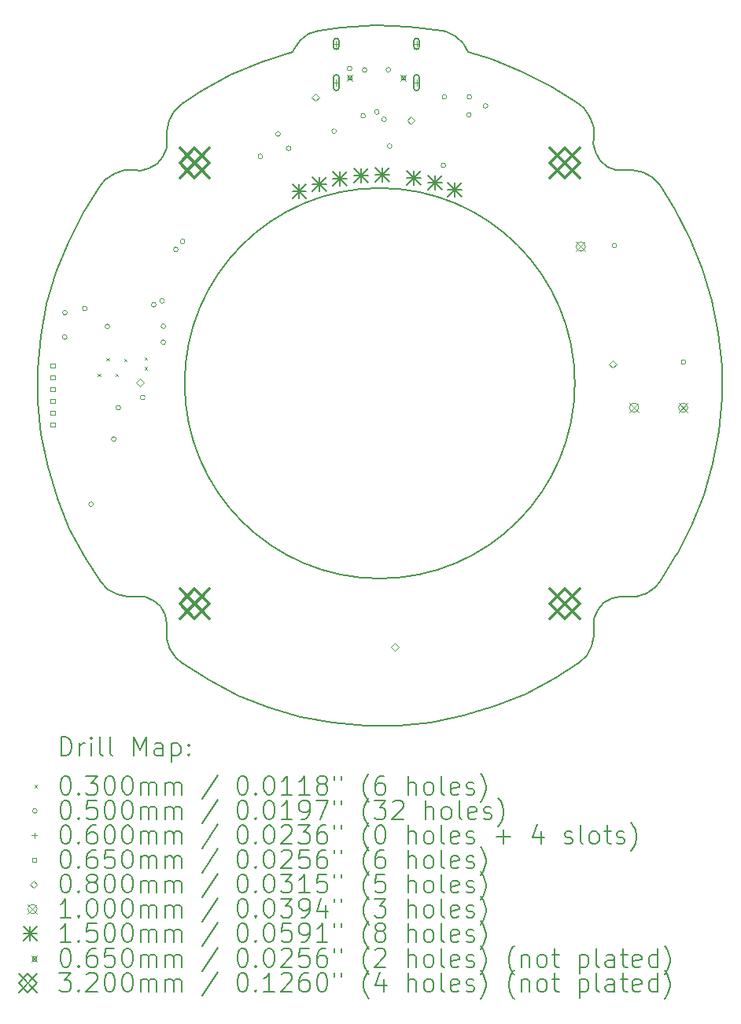
<source format=gbr>
%TF.GenerationSoftware,KiCad,Pcbnew,6.0.10*%
%TF.CreationDate,2023-03-14T16:41:31+03:00*%
%TF.ProjectId,Canon_manage,43616e6f-6e5f-46d6-916e-6167652e6b69,rev?*%
%TF.SameCoordinates,Original*%
%TF.FileFunction,Drillmap*%
%TF.FilePolarity,Positive*%
%FSLAX45Y45*%
G04 Gerber Fmt 4.5, Leading zero omitted, Abs format (unit mm)*
G04 Created by KiCad (PCBNEW 6.0.10) date 2023-03-14 16:41:31*
%MOMM*%
%LPD*%
G01*
G04 APERTURE LIST*
%ADD10C,0.200000*%
%ADD11C,0.150000*%
%ADD12C,0.030000*%
%ADD13C,0.050000*%
%ADD14C,0.060000*%
%ADD15C,0.065000*%
%ADD16C,0.080000*%
%ADD17C,0.100000*%
%ADD18C,0.320000*%
G04 APERTURE END LIST*
D10*
X14252105Y-9207760D02*
X14285867Y-8852501D01*
X9744393Y-5004592D02*
X9829005Y-4936930D01*
X13778476Y-6822777D02*
X13939155Y-7135730D01*
X8382885Y-5774230D02*
X8332173Y-5867248D01*
X8340585Y-11558834D02*
X8408247Y-11651852D01*
X8340585Y-11558834D02*
X8306685Y-11448866D01*
X12738325Y-5689620D02*
X12442321Y-5503585D01*
X11799465Y-5207576D02*
X12120825Y-5342900D01*
X13558543Y-10890758D02*
X13465525Y-10958420D01*
X13135755Y-6400000D02*
X13042737Y-6366100D01*
X12738325Y-11702564D02*
X12822799Y-11626496D01*
X7114263Y-7499399D02*
X7249587Y-7178040D01*
X12476088Y-11871787D02*
X12163135Y-12040873D01*
X8467501Y-11702564D02*
X8408245Y-11651852D01*
X12738326Y-11702564D02*
X12476085Y-11871788D01*
X8162955Y-11034490D02*
X8239161Y-11093609D01*
X6953584Y-9241516D02*
X6919822Y-8894800D01*
X14074475Y-7465640D02*
X13939151Y-7135736D01*
X13609385Y-10831505D02*
X13558535Y-10890760D01*
X13431755Y-6425350D02*
X13313381Y-6399994D01*
X13939155Y-7135730D02*
X13778476Y-6822777D01*
X9676735Y-5097610D02*
X9659923Y-5131372D01*
X12899005Y-11415104D02*
X12899005Y-11330490D01*
X8162953Y-11034486D02*
X8069935Y-10992180D01*
X6919822Y-8539679D02*
X6953584Y-8184420D01*
X13000430Y-11059842D02*
X12941175Y-11135910D01*
X7773933Y-10966832D02*
X7672509Y-10916120D01*
X7029790Y-9588370D02*
X7131214Y-9926541D01*
X7773932Y-10966830D02*
X7883900Y-10992186D01*
X10091245Y-12345282D02*
X10446366Y-12379183D01*
X7850000Y-6400000D02*
X7968515Y-6400000D01*
X12442325Y-5503580D02*
X12120829Y-5342901D01*
X13956105Y-10222550D02*
X14091429Y-9892785D01*
X13000435Y-11059840D02*
X13093453Y-11009128D01*
X10547935Y-4843910D02*
X10184270Y-4869266D01*
X13313385Y-6400000D02*
X13237175Y-6400000D01*
X8112237Y-6383052D02*
X8205255Y-6332340D01*
X12873516Y-11524934D02*
X12822805Y-11626496D01*
X11410443Y-4962283D02*
X11495055Y-5038350D01*
X7596303Y-6560675D02*
X7647153Y-6501420D01*
X8332173Y-5867248D02*
X8382885Y-5774230D01*
X11148341Y-12345282D02*
X10801625Y-12379183D01*
X13524773Y-6476069D02*
X13609385Y-6560680D01*
X8306685Y-6163250D02*
X8306685Y-6061690D01*
X10184270Y-4869266D02*
X10547935Y-4843910D01*
X14252107Y-9207754D02*
X14184445Y-9554470D01*
X6953584Y-8184420D02*
X6919822Y-8539679D01*
X8306685Y-11448866D02*
X8306685Y-11330490D01*
X13558535Y-10890760D02*
X13609385Y-10831505D01*
X12163135Y-12040873D02*
X12476088Y-11871787D01*
X8991712Y-5376663D02*
X9321615Y-5241340D01*
X7131214Y-9926540D02*
X7258132Y-10256444D01*
X6953584Y-8184426D02*
X7012840Y-7837710D01*
X10801625Y-12379183D02*
X11148341Y-12345282D01*
X13431757Y-6425358D02*
X13524775Y-6476070D01*
X11495063Y-5038352D02*
X11545775Y-5131370D01*
X8306685Y-11288190D02*
X8306685Y-11330490D01*
X10911595Y-4860860D02*
X11266715Y-4903030D01*
X8467497Y-5689620D02*
X8687295Y-5545890D01*
X8264517Y-6256268D02*
X8306685Y-6163250D01*
X12856705Y-5833350D02*
X12797450Y-5740332D01*
X7410267Y-6856680D02*
X7249587Y-7178040D01*
X10547930Y-4843909D02*
X10911595Y-4860860D01*
X13939151Y-7135736D02*
X14074475Y-7465640D01*
X8467505Y-11702564D02*
X8763370Y-11888599D01*
X7883900Y-10992180D02*
X7968515Y-10992180D01*
X8306685Y-11330490D02*
X8306685Y-11448866D01*
X11545775Y-5131370D02*
X11495063Y-5038352D01*
X12899005Y-11330490D02*
X12899005Y-11228930D01*
X9938975Y-4903030D02*
X9829008Y-4936930D01*
X8332175Y-5867250D02*
X8306681Y-5985624D01*
X7249587Y-7178040D02*
X7114263Y-7499399D01*
X14285865Y-8505780D02*
X14243559Y-8150659D01*
X12442321Y-5503585D02*
X12738325Y-5689620D01*
X12797445Y-5740330D02*
X12738326Y-5689618D01*
X14285865Y-8505780D02*
X14285865Y-8852500D01*
X8289867Y-11186765D02*
X8239155Y-11093610D01*
X14074482Y-7465639D02*
X14175905Y-7803810D01*
X9406225Y-12184603D02*
X9744397Y-12286164D01*
X13237175Y-6400000D02*
X13313385Y-6400000D01*
X9076318Y-12057823D02*
X8763365Y-11888599D01*
X12899005Y-5943310D02*
X12856699Y-5833342D01*
X13465515Y-10958418D02*
X13355685Y-10992180D01*
X12899009Y-11415104D02*
X12873515Y-11524934D01*
X12966530Y-6298576D02*
X13042735Y-6366100D01*
X12899005Y-5943310D02*
X12899005Y-6061690D01*
X8467505Y-5689620D02*
X8382893Y-5774232D01*
X8306685Y-5985620D02*
X8306685Y-6061690D01*
X13093445Y-11009130D02*
X13186463Y-10992180D01*
X8763370Y-11888599D02*
X8467505Y-11702564D01*
X7427217Y-10569265D02*
X7258131Y-10256450D01*
X7672509Y-10916120D02*
X7773933Y-10966832D01*
X13042737Y-6366100D02*
X13135755Y-6400000D01*
X13609389Y-6560677D02*
X13778475Y-6822780D01*
X7258132Y-10256444D02*
X7131214Y-9926540D01*
X13237175Y-6400000D02*
X13135755Y-6400000D01*
X13524775Y-6476070D02*
X13431757Y-6425358D01*
X8306685Y-11448866D02*
X8340585Y-11558834D01*
X14184443Y-9554471D02*
X14091425Y-9892780D01*
X12822799Y-11626496D02*
X12738325Y-11702564D01*
X12915823Y-6205414D02*
X12966535Y-6298570D01*
X9829008Y-4936930D02*
X9938975Y-4903030D01*
X10801625Y-12379183D02*
X10446365Y-12379183D01*
X9321616Y-5241338D02*
X9659925Y-5131370D01*
X12120825Y-5342900D02*
X11799465Y-5207576D01*
X8991705Y-5376660D02*
X8687296Y-5545884D01*
X10911595Y-4860860D02*
X10547930Y-4843909D01*
X13795425Y-10535500D02*
X13956104Y-10222547D01*
X13795420Y-10535496D02*
X13609385Y-10831500D01*
X8112245Y-6383050D02*
X8019227Y-6408406D01*
X11495055Y-12269214D02*
X11833364Y-12167652D01*
X7596303Y-6560680D02*
X7410267Y-6856684D01*
X8382893Y-5774232D02*
X8467505Y-5689620D01*
X13186463Y-10992180D02*
X13093445Y-11009130D01*
X12856699Y-5833342D02*
X12899005Y-5943310D01*
X11309021Y-4911578D02*
X11410445Y-4962290D01*
X7968513Y-6399994D02*
X8019225Y-6408400D01*
X14285865Y-8852500D02*
X14285865Y-8505780D01*
X9076315Y-12057823D02*
X9406218Y-12184603D01*
X9406218Y-12184603D02*
X9076315Y-12057823D01*
X13237175Y-10992180D02*
X13186465Y-10992180D01*
X7850000Y-6400000D02*
X7740170Y-6442306D01*
X8306685Y-11330490D02*
X8306685Y-11288190D01*
X8306685Y-6061690D02*
X8306685Y-6163250D01*
X13956104Y-10222547D02*
X13795425Y-10535500D01*
X8019225Y-6408400D02*
X7968513Y-6399994D01*
X8019227Y-6408406D02*
X8112245Y-6383050D01*
X8306685Y-6061690D02*
X8306685Y-5985620D01*
X7410267Y-6856684D02*
X7596303Y-6560680D01*
X11309025Y-4911570D02*
X11266719Y-4903026D01*
X7012840Y-7837710D02*
X6953584Y-8184426D01*
X14243559Y-8150659D02*
X14285865Y-8505780D01*
X11833365Y-12167653D02*
X12163130Y-12040874D01*
X8306687Y-11288184D02*
X8289875Y-11186760D01*
X9659925Y-5131370D02*
X9321616Y-5241338D01*
X12899005Y-11330490D02*
X12899005Y-11415104D01*
X8687295Y-5545890D02*
X8467497Y-5689620D01*
X8239155Y-11093610D02*
X8289867Y-11186765D01*
X8306685Y-6163250D02*
X8264517Y-6256268D01*
X8205259Y-6332338D02*
X8264515Y-6256270D01*
X7968515Y-10992180D02*
X7883900Y-10992180D01*
X9744397Y-12286164D02*
X9406225Y-12184603D01*
X12873515Y-11524934D02*
X12899009Y-11415104D01*
X9938973Y-4903032D02*
X10184265Y-4869270D01*
X12941174Y-11135912D02*
X12899005Y-11228930D01*
X7740170Y-6442306D02*
X7850000Y-6400000D01*
X8289875Y-11186760D02*
X8306687Y-11288184D01*
X6919822Y-8894800D02*
X6919822Y-8539680D01*
X7740170Y-6442300D02*
X7647152Y-6501418D01*
X13355685Y-10992180D02*
X13465515Y-10958418D01*
X7672509Y-10916111D02*
X7596303Y-10831500D01*
X9659923Y-5131372D02*
X9676735Y-5097610D01*
X8306681Y-5985624D02*
X8332175Y-5867250D01*
X7131214Y-9926541D02*
X7029790Y-9588370D01*
X12738326Y-5689618D02*
X12797445Y-5740330D01*
X7968515Y-6400000D02*
X7850000Y-6400000D01*
X7258131Y-10256450D02*
X7427217Y-10569265D01*
X13355685Y-10992180D02*
X13237175Y-10992180D01*
X8239161Y-11093609D02*
X8162955Y-11034490D01*
X8408247Y-11651852D02*
X8340585Y-11558834D01*
X7114264Y-7499400D02*
X7012840Y-7837709D01*
X11495055Y-5038350D02*
X11410443Y-4962283D01*
X7029790Y-9588373D02*
X6953584Y-9241520D01*
X7596303Y-10831500D02*
X7672509Y-10916111D01*
X13042735Y-6366100D02*
X12966530Y-6298576D01*
X7647152Y-6501418D02*
X7740170Y-6442300D01*
X10184265Y-4869270D02*
X9938973Y-4903032D01*
X8763365Y-11888599D02*
X9076318Y-12057823D01*
X14285867Y-8852501D02*
X14252105Y-9207760D01*
X14175905Y-7803810D02*
X14074482Y-7465639D01*
D11*
X12696920Y-8693820D02*
G75*
G03*
X12696920Y-8693820I-2100000J0D01*
G01*
D10*
X14184445Y-9554470D02*
X14252107Y-9207754D01*
X10446366Y-12379183D02*
X10091245Y-12345282D01*
X7647153Y-6501420D02*
X7596303Y-6560675D01*
X14091429Y-9892785D02*
X13956105Y-10222550D01*
X12899005Y-11228930D02*
X12941174Y-11135912D01*
X13093453Y-11009128D02*
X13000435Y-11059840D01*
X7968515Y-10992180D02*
X8069935Y-10992180D01*
X13465525Y-10958420D02*
X13558543Y-10890758D01*
X11148345Y-12345282D02*
X11495061Y-12269214D01*
X13313381Y-6399994D02*
X13431755Y-6425350D01*
X12899005Y-6061690D02*
X12899005Y-5943310D01*
X8205255Y-6332340D02*
X8112237Y-6383052D01*
X11545768Y-5131375D02*
X11799465Y-5207580D01*
X12915815Y-6205420D02*
X12890459Y-6112402D01*
X11266719Y-4903026D02*
X11309025Y-4911570D01*
X9676733Y-5097608D02*
X9744395Y-5004590D01*
X10091248Y-12345282D02*
X9744395Y-12286164D01*
X6953584Y-9241520D02*
X7029790Y-9588373D01*
X13778475Y-6822780D02*
X13609389Y-6560677D01*
X7883900Y-10992186D02*
X7773932Y-10966830D01*
X12941175Y-11135910D02*
X13000430Y-11059842D01*
X11833364Y-12167652D02*
X11495055Y-12269214D01*
X9321615Y-5241340D02*
X8991712Y-5376663D01*
X12822805Y-11626496D02*
X12873516Y-11524934D01*
X8069935Y-10992180D02*
X7968515Y-10992180D01*
X13186465Y-10992180D02*
X13237175Y-10992180D01*
X7012840Y-7837709D02*
X7114264Y-7499400D01*
X11495061Y-12269214D02*
X11148345Y-12345282D01*
X12890465Y-6112400D02*
X12899008Y-6061688D01*
X12797450Y-5740332D02*
X12856705Y-5833350D01*
X6919822Y-8539680D02*
X6919822Y-8894800D01*
X9744395Y-5004590D02*
X9676733Y-5097608D01*
X13135755Y-6400000D02*
X13237175Y-6400000D01*
X12966535Y-6298570D02*
X12915823Y-6205414D01*
X12890459Y-6112402D02*
X12915815Y-6205420D01*
X8069935Y-10992180D02*
X8162953Y-11034486D01*
X11266715Y-4903030D02*
X10911595Y-4860860D01*
X12899005Y-11228930D02*
X12899005Y-11330490D01*
X13609385Y-10831500D02*
X13795420Y-10535496D01*
X14175902Y-7803807D02*
X14243565Y-8150660D01*
X14243565Y-8150660D02*
X14175902Y-7803807D01*
X7427217Y-10569260D02*
X7596303Y-10831501D01*
X12120829Y-5342901D02*
X12442325Y-5503580D01*
X10446365Y-12379183D02*
X10801625Y-12379183D01*
X13609385Y-6560680D02*
X13524773Y-6476069D01*
X12163130Y-12040874D02*
X11833365Y-12167653D01*
X11410445Y-4962290D02*
X11309021Y-4911578D01*
X7596303Y-10831501D02*
X7427217Y-10569260D01*
X7249587Y-7178040D02*
X7410267Y-6856680D01*
X9829005Y-4936930D02*
X9744393Y-5004592D01*
X14091425Y-9892780D02*
X14184443Y-9554471D01*
X8264515Y-6256270D02*
X8205259Y-6332338D01*
X8408245Y-11651852D02*
X8467501Y-11702564D01*
X6919822Y-8894800D02*
X6953584Y-9241516D01*
X13237175Y-10992180D02*
X13355685Y-10992180D01*
X8687296Y-5545884D02*
X8991705Y-5376660D01*
X11799465Y-5207580D02*
X11545768Y-5131375D01*
X9744395Y-12286164D02*
X10091248Y-12345282D01*
X12476085Y-11871788D02*
X12738326Y-11702564D01*
X12899008Y-6061688D02*
X12890465Y-6112400D01*
D12*
X7562320Y-8589420D02*
X7592320Y-8619420D01*
X7592320Y-8589420D02*
X7562320Y-8619420D01*
X7655800Y-8419210D02*
X7685800Y-8449210D01*
X7685800Y-8419210D02*
X7655800Y-8449210D01*
X7752320Y-8589420D02*
X7782320Y-8619420D01*
X7782320Y-8589420D02*
X7752320Y-8619420D01*
X7843760Y-8427960D02*
X7873760Y-8457960D01*
X7873760Y-8427960D02*
X7843760Y-8457960D01*
X8067280Y-8412720D02*
X8097280Y-8442720D01*
X8097280Y-8412720D02*
X8067280Y-8442720D01*
X8067280Y-8519400D02*
X8097280Y-8549400D01*
X8097280Y-8519400D02*
X8067280Y-8549400D01*
D13*
X7230980Y-8196580D02*
G75*
G03*
X7230980Y-8196580I-25000J0D01*
G01*
X7233520Y-7934960D02*
G75*
G03*
X7233520Y-7934960I-25000J0D01*
G01*
X7446880Y-7889240D02*
G75*
G03*
X7446880Y-7889240I-25000J0D01*
G01*
X7515460Y-9994900D02*
G75*
G03*
X7515460Y-9994900I-25000J0D01*
G01*
X7690720Y-8082280D02*
G75*
G03*
X7690720Y-8082280I-25000J0D01*
G01*
X7759300Y-9293860D02*
G75*
G03*
X7759300Y-9293860I-25000J0D01*
G01*
X7807560Y-8956040D02*
G75*
G03*
X7807560Y-8956040I-25000J0D01*
G01*
X8069559Y-8846441D02*
G75*
G03*
X8069559Y-8846441I-25000J0D01*
G01*
X8188560Y-7848600D02*
G75*
G03*
X8188560Y-7848600I-25000J0D01*
G01*
X8280000Y-7807960D02*
G75*
G03*
X8280000Y-7807960I-25000J0D01*
G01*
X8292700Y-8079740D02*
G75*
G03*
X8292700Y-8079740I-25000J0D01*
G01*
X8292700Y-8252240D02*
G75*
G03*
X8292700Y-8252240I-25000J0D01*
G01*
X8427320Y-7254240D02*
G75*
G03*
X8427320Y-7254240I-25000J0D01*
G01*
X8499770Y-7167880D02*
G75*
G03*
X8499770Y-7167880I-25000J0D01*
G01*
X9336640Y-6253480D02*
G75*
G03*
X9336640Y-6253480I-25000J0D01*
G01*
X9527140Y-6013300D02*
G75*
G03*
X9527140Y-6013300I-25000J0D01*
G01*
X9641440Y-6167120D02*
G75*
G03*
X9641440Y-6167120I-25000J0D01*
G01*
X10130797Y-5982065D02*
G75*
G03*
X10130797Y-5982065I-25000J0D01*
G01*
X10297144Y-5308216D02*
G75*
G03*
X10297144Y-5308216I-25000J0D01*
G01*
X10444080Y-5816600D02*
G75*
G03*
X10444080Y-5816600I-25000J0D01*
G01*
X10459320Y-5323840D02*
G75*
G03*
X10459320Y-5323840I-25000J0D01*
G01*
X10591050Y-5775960D02*
G75*
G03*
X10591050Y-5775960I-25000J0D01*
G01*
X10667600Y-5854700D02*
G75*
G03*
X10667600Y-5854700I-25000J0D01*
G01*
X10715000Y-5321250D02*
G75*
G03*
X10715000Y-5321250I-25000J0D01*
G01*
X10728560Y-6141720D02*
G75*
G03*
X10728560Y-6141720I-25000J0D01*
G01*
X11307680Y-6350000D02*
G75*
G03*
X11307680Y-6350000I-25000J0D01*
G01*
X11317840Y-5613400D02*
G75*
G03*
X11317840Y-5613400I-25000J0D01*
G01*
X11582000Y-5806440D02*
G75*
G03*
X11582000Y-5806440I-25000J0D01*
G01*
X11587080Y-5613400D02*
G75*
G03*
X11587080Y-5613400I-25000J0D01*
G01*
X11759800Y-5709920D02*
G75*
G03*
X11759800Y-5709920I-25000J0D01*
G01*
X13147780Y-7213560D02*
G75*
G03*
X13147780Y-7213560I-25000J0D01*
G01*
X13890860Y-8465820D02*
G75*
G03*
X13890860Y-8465820I-25000J0D01*
G01*
D14*
X10129000Y-5012000D02*
X10129000Y-5072000D01*
X10099000Y-5042000D02*
X10159000Y-5042000D01*
D10*
X10159000Y-5072000D02*
X10159000Y-5012000D01*
X10099000Y-5072000D02*
X10099000Y-5012000D01*
X10159000Y-5012000D02*
G75*
G03*
X10099000Y-5012000I-30000J0D01*
G01*
X10099000Y-5072000D02*
G75*
G03*
X10159000Y-5072000I30000J0D01*
G01*
D14*
X10129000Y-5430000D02*
X10129000Y-5490000D01*
X10099000Y-5460000D02*
X10159000Y-5460000D01*
D10*
X10159000Y-5515000D02*
X10159000Y-5405000D01*
X10099000Y-5515000D02*
X10099000Y-5405000D01*
X10159000Y-5405000D02*
G75*
G03*
X10099000Y-5405000I-30000J0D01*
G01*
X10099000Y-5515000D02*
G75*
G03*
X10159000Y-5515000I30000J0D01*
G01*
D14*
X10993000Y-5012000D02*
X10993000Y-5072000D01*
X10963000Y-5042000D02*
X11023000Y-5042000D01*
D10*
X11023000Y-5072000D02*
X11023000Y-5012000D01*
X10963000Y-5072000D02*
X10963000Y-5012000D01*
X11023000Y-5012000D02*
G75*
G03*
X10963000Y-5012000I-30000J0D01*
G01*
X10963000Y-5072000D02*
G75*
G03*
X11023000Y-5072000I30000J0D01*
G01*
D14*
X10993000Y-5430000D02*
X10993000Y-5490000D01*
X10963000Y-5460000D02*
X11023000Y-5460000D01*
D10*
X11023000Y-5515000D02*
X11023000Y-5405000D01*
X10963000Y-5515000D02*
X10963000Y-5405000D01*
X11023000Y-5405000D02*
G75*
G03*
X10963000Y-5405000I-30000J0D01*
G01*
X10963000Y-5515000D02*
G75*
G03*
X11023000Y-5515000I30000J0D01*
G01*
D15*
X7099421Y-8526901D02*
X7099421Y-8480939D01*
X7053459Y-8480939D01*
X7053459Y-8526901D01*
X7099421Y-8526901D01*
X7099421Y-8653901D02*
X7099421Y-8607939D01*
X7053459Y-8607939D01*
X7053459Y-8653901D01*
X7099421Y-8653901D01*
X7099421Y-8780901D02*
X7099421Y-8734939D01*
X7053459Y-8734939D01*
X7053459Y-8780901D01*
X7099421Y-8780901D01*
X7099421Y-8907901D02*
X7099421Y-8861939D01*
X7053459Y-8861939D01*
X7053459Y-8907901D01*
X7099421Y-8907901D01*
X7099421Y-9034901D02*
X7099421Y-8988939D01*
X7053459Y-8988939D01*
X7053459Y-9034901D01*
X7099421Y-9034901D01*
X7099421Y-9161901D02*
X7099421Y-9115939D01*
X7053459Y-9115939D01*
X7053459Y-9161901D01*
X7099421Y-9161901D01*
D16*
X8016240Y-8724260D02*
X8056240Y-8684260D01*
X8016240Y-8644260D01*
X7976240Y-8684260D01*
X8016240Y-8724260D01*
X9906000Y-5658480D02*
X9946000Y-5618480D01*
X9906000Y-5578480D01*
X9866000Y-5618480D01*
X9906000Y-5658480D01*
X10761980Y-11569060D02*
X10801980Y-11529060D01*
X10761980Y-11489060D01*
X10721980Y-11529060D01*
X10761980Y-11569060D01*
X10932160Y-5907400D02*
X10972160Y-5867400D01*
X10932160Y-5827400D01*
X10892160Y-5867400D01*
X10932160Y-5907400D01*
X13106400Y-8528680D02*
X13146400Y-8488680D01*
X13106400Y-8448680D01*
X13066400Y-8488680D01*
X13106400Y-8528680D01*
D17*
X12710960Y-7173760D02*
X12810960Y-7273760D01*
X12810960Y-7173760D02*
X12710960Y-7273760D01*
X12810960Y-7223760D02*
G75*
G03*
X12810960Y-7223760I-50000J0D01*
G01*
X13285000Y-8906040D02*
X13385000Y-9006040D01*
X13385000Y-8906040D02*
X13285000Y-9006040D01*
X13385000Y-8956040D02*
G75*
G03*
X13385000Y-8956040I-50000J0D01*
G01*
X13813320Y-8906040D02*
X13913320Y-9006040D01*
X13913320Y-8906040D02*
X13813320Y-9006040D01*
X13913320Y-8956040D02*
G75*
G03*
X13913320Y-8956040I-50000J0D01*
G01*
D11*
X9656000Y-6551000D02*
X9806000Y-6701000D01*
X9806000Y-6551000D02*
X9656000Y-6701000D01*
X9731000Y-6551000D02*
X9731000Y-6701000D01*
X9656000Y-6626000D02*
X9806000Y-6626000D01*
X9875000Y-6475000D02*
X10025000Y-6625000D01*
X10025000Y-6475000D02*
X9875000Y-6625000D01*
X9950000Y-6475000D02*
X9950000Y-6625000D01*
X9875000Y-6550000D02*
X10025000Y-6550000D01*
X10095000Y-6416000D02*
X10245000Y-6566000D01*
X10245000Y-6416000D02*
X10095000Y-6566000D01*
X10170000Y-6416000D02*
X10170000Y-6566000D01*
X10095000Y-6491000D02*
X10245000Y-6491000D01*
X10323000Y-6382000D02*
X10473000Y-6532000D01*
X10473000Y-6382000D02*
X10323000Y-6532000D01*
X10398000Y-6382000D02*
X10398000Y-6532000D01*
X10323000Y-6457000D02*
X10473000Y-6457000D01*
X10552000Y-6374000D02*
X10702000Y-6524000D01*
X10702000Y-6374000D02*
X10552000Y-6524000D01*
X10627000Y-6374000D02*
X10627000Y-6524000D01*
X10552000Y-6449000D02*
X10702000Y-6449000D01*
X10889000Y-6407000D02*
X11039000Y-6557000D01*
X11039000Y-6407000D02*
X10889000Y-6557000D01*
X10964000Y-6407000D02*
X10964000Y-6557000D01*
X10889000Y-6482000D02*
X11039000Y-6482000D01*
X11118000Y-6458000D02*
X11268000Y-6608000D01*
X11268000Y-6458000D02*
X11118000Y-6608000D01*
X11193000Y-6458000D02*
X11193000Y-6608000D01*
X11118000Y-6533000D02*
X11268000Y-6533000D01*
X11329000Y-6534000D02*
X11479000Y-6684000D01*
X11479000Y-6534000D02*
X11329000Y-6684000D01*
X11404000Y-6534000D02*
X11404000Y-6684000D01*
X11329000Y-6609000D02*
X11479000Y-6609000D01*
D15*
X10239500Y-5374500D02*
X10304500Y-5439500D01*
X10304500Y-5374500D02*
X10239500Y-5439500D01*
X10294981Y-5429981D02*
X10294981Y-5384019D01*
X10249019Y-5384019D01*
X10249019Y-5429981D01*
X10294981Y-5429981D01*
X10817500Y-5374500D02*
X10882500Y-5439500D01*
X10882500Y-5374500D02*
X10817500Y-5439500D01*
X10872981Y-5429981D02*
X10872981Y-5384019D01*
X10827019Y-5384019D01*
X10827019Y-5429981D01*
X10872981Y-5429981D01*
D18*
X8445000Y-6162500D02*
X8765000Y-6482500D01*
X8765000Y-6162500D02*
X8445000Y-6482500D01*
X8605000Y-6482500D02*
X8765000Y-6322500D01*
X8605000Y-6162500D01*
X8445000Y-6322500D01*
X8605000Y-6482500D01*
X8445000Y-10906500D02*
X8765000Y-11226500D01*
X8765000Y-10906500D02*
X8445000Y-11226500D01*
X8605000Y-11226500D02*
X8765000Y-11066500D01*
X8605000Y-10906500D01*
X8445000Y-11066500D01*
X8605000Y-11226500D01*
X12428000Y-6162500D02*
X12748000Y-6482500D01*
X12748000Y-6162500D02*
X12428000Y-6482500D01*
X12588000Y-6482500D02*
X12748000Y-6322500D01*
X12588000Y-6162500D01*
X12428000Y-6322500D01*
X12588000Y-6482500D01*
X12428000Y-10906500D02*
X12748000Y-11226500D01*
X12748000Y-10906500D02*
X12428000Y-11226500D01*
X12588000Y-11226500D02*
X12748000Y-11066500D01*
X12588000Y-10906500D01*
X12428000Y-11066500D01*
X12588000Y-11226500D01*
D10*
X7167441Y-12699659D02*
X7167441Y-12499659D01*
X7215060Y-12499659D01*
X7243632Y-12509183D01*
X7262679Y-12528230D01*
X7272203Y-12547278D01*
X7281727Y-12585373D01*
X7281727Y-12613944D01*
X7272203Y-12652040D01*
X7262679Y-12671087D01*
X7243632Y-12690135D01*
X7215060Y-12699659D01*
X7167441Y-12699659D01*
X7367441Y-12699659D02*
X7367441Y-12566325D01*
X7367441Y-12604421D02*
X7376965Y-12585373D01*
X7386489Y-12575849D01*
X7405536Y-12566325D01*
X7424584Y-12566325D01*
X7491251Y-12699659D02*
X7491251Y-12566325D01*
X7491251Y-12499659D02*
X7481727Y-12509183D01*
X7491251Y-12518706D01*
X7500774Y-12509183D01*
X7491251Y-12499659D01*
X7491251Y-12518706D01*
X7615060Y-12699659D02*
X7596012Y-12690135D01*
X7586489Y-12671087D01*
X7586489Y-12499659D01*
X7719822Y-12699659D02*
X7700774Y-12690135D01*
X7691251Y-12671087D01*
X7691251Y-12499659D01*
X7948393Y-12699659D02*
X7948393Y-12499659D01*
X8015060Y-12642516D01*
X8081727Y-12499659D01*
X8081727Y-12699659D01*
X8262679Y-12699659D02*
X8262679Y-12594897D01*
X8253155Y-12575849D01*
X8234108Y-12566325D01*
X8196012Y-12566325D01*
X8176965Y-12575849D01*
X8262679Y-12690135D02*
X8243632Y-12699659D01*
X8196012Y-12699659D01*
X8176965Y-12690135D01*
X8167441Y-12671087D01*
X8167441Y-12652040D01*
X8176965Y-12632992D01*
X8196012Y-12623468D01*
X8243632Y-12623468D01*
X8262679Y-12613944D01*
X8357917Y-12566325D02*
X8357917Y-12766325D01*
X8357917Y-12575849D02*
X8376965Y-12566325D01*
X8415060Y-12566325D01*
X8434108Y-12575849D01*
X8443632Y-12585373D01*
X8453155Y-12604421D01*
X8453155Y-12661563D01*
X8443632Y-12680611D01*
X8434108Y-12690135D01*
X8415060Y-12699659D01*
X8376965Y-12699659D01*
X8357917Y-12690135D01*
X8538870Y-12680611D02*
X8548394Y-12690135D01*
X8538870Y-12699659D01*
X8529346Y-12690135D01*
X8538870Y-12680611D01*
X8538870Y-12699659D01*
X8538870Y-12575849D02*
X8548394Y-12585373D01*
X8538870Y-12594897D01*
X8529346Y-12585373D01*
X8538870Y-12575849D01*
X8538870Y-12594897D01*
D12*
X6879822Y-13014183D02*
X6909822Y-13044183D01*
X6909822Y-13014183D02*
X6879822Y-13044183D01*
D10*
X7205536Y-12919659D02*
X7224584Y-12919659D01*
X7243632Y-12929183D01*
X7253155Y-12938706D01*
X7262679Y-12957754D01*
X7272203Y-12995849D01*
X7272203Y-13043468D01*
X7262679Y-13081563D01*
X7253155Y-13100611D01*
X7243632Y-13110135D01*
X7224584Y-13119659D01*
X7205536Y-13119659D01*
X7186489Y-13110135D01*
X7176965Y-13100611D01*
X7167441Y-13081563D01*
X7157917Y-13043468D01*
X7157917Y-12995849D01*
X7167441Y-12957754D01*
X7176965Y-12938706D01*
X7186489Y-12929183D01*
X7205536Y-12919659D01*
X7357917Y-13100611D02*
X7367441Y-13110135D01*
X7357917Y-13119659D01*
X7348393Y-13110135D01*
X7357917Y-13100611D01*
X7357917Y-13119659D01*
X7434108Y-12919659D02*
X7557917Y-12919659D01*
X7491251Y-12995849D01*
X7519822Y-12995849D01*
X7538870Y-13005373D01*
X7548393Y-13014897D01*
X7557917Y-13033944D01*
X7557917Y-13081563D01*
X7548393Y-13100611D01*
X7538870Y-13110135D01*
X7519822Y-13119659D01*
X7462679Y-13119659D01*
X7443632Y-13110135D01*
X7434108Y-13100611D01*
X7681727Y-12919659D02*
X7700774Y-12919659D01*
X7719822Y-12929183D01*
X7729346Y-12938706D01*
X7738870Y-12957754D01*
X7748393Y-12995849D01*
X7748393Y-13043468D01*
X7738870Y-13081563D01*
X7729346Y-13100611D01*
X7719822Y-13110135D01*
X7700774Y-13119659D01*
X7681727Y-13119659D01*
X7662679Y-13110135D01*
X7653155Y-13100611D01*
X7643632Y-13081563D01*
X7634108Y-13043468D01*
X7634108Y-12995849D01*
X7643632Y-12957754D01*
X7653155Y-12938706D01*
X7662679Y-12929183D01*
X7681727Y-12919659D01*
X7872203Y-12919659D02*
X7891251Y-12919659D01*
X7910298Y-12929183D01*
X7919822Y-12938706D01*
X7929346Y-12957754D01*
X7938870Y-12995849D01*
X7938870Y-13043468D01*
X7929346Y-13081563D01*
X7919822Y-13100611D01*
X7910298Y-13110135D01*
X7891251Y-13119659D01*
X7872203Y-13119659D01*
X7853155Y-13110135D01*
X7843632Y-13100611D01*
X7834108Y-13081563D01*
X7824584Y-13043468D01*
X7824584Y-12995849D01*
X7834108Y-12957754D01*
X7843632Y-12938706D01*
X7853155Y-12929183D01*
X7872203Y-12919659D01*
X8024584Y-13119659D02*
X8024584Y-12986325D01*
X8024584Y-13005373D02*
X8034108Y-12995849D01*
X8053155Y-12986325D01*
X8081727Y-12986325D01*
X8100774Y-12995849D01*
X8110298Y-13014897D01*
X8110298Y-13119659D01*
X8110298Y-13014897D02*
X8119822Y-12995849D01*
X8138870Y-12986325D01*
X8167441Y-12986325D01*
X8186489Y-12995849D01*
X8196012Y-13014897D01*
X8196012Y-13119659D01*
X8291251Y-13119659D02*
X8291251Y-12986325D01*
X8291251Y-13005373D02*
X8300774Y-12995849D01*
X8319822Y-12986325D01*
X8348393Y-12986325D01*
X8367441Y-12995849D01*
X8376965Y-13014897D01*
X8376965Y-13119659D01*
X8376965Y-13014897D02*
X8386489Y-12995849D01*
X8405536Y-12986325D01*
X8434108Y-12986325D01*
X8453155Y-12995849D01*
X8462679Y-13014897D01*
X8462679Y-13119659D01*
X8853155Y-12910135D02*
X8681727Y-13167278D01*
X9110298Y-12919659D02*
X9129346Y-12919659D01*
X9148394Y-12929183D01*
X9157917Y-12938706D01*
X9167441Y-12957754D01*
X9176965Y-12995849D01*
X9176965Y-13043468D01*
X9167441Y-13081563D01*
X9157917Y-13100611D01*
X9148394Y-13110135D01*
X9129346Y-13119659D01*
X9110298Y-13119659D01*
X9091251Y-13110135D01*
X9081727Y-13100611D01*
X9072203Y-13081563D01*
X9062679Y-13043468D01*
X9062679Y-12995849D01*
X9072203Y-12957754D01*
X9081727Y-12938706D01*
X9091251Y-12929183D01*
X9110298Y-12919659D01*
X9262679Y-13100611D02*
X9272203Y-13110135D01*
X9262679Y-13119659D01*
X9253155Y-13110135D01*
X9262679Y-13100611D01*
X9262679Y-13119659D01*
X9396013Y-12919659D02*
X9415060Y-12919659D01*
X9434108Y-12929183D01*
X9443632Y-12938706D01*
X9453155Y-12957754D01*
X9462679Y-12995849D01*
X9462679Y-13043468D01*
X9453155Y-13081563D01*
X9443632Y-13100611D01*
X9434108Y-13110135D01*
X9415060Y-13119659D01*
X9396013Y-13119659D01*
X9376965Y-13110135D01*
X9367441Y-13100611D01*
X9357917Y-13081563D01*
X9348394Y-13043468D01*
X9348394Y-12995849D01*
X9357917Y-12957754D01*
X9367441Y-12938706D01*
X9376965Y-12929183D01*
X9396013Y-12919659D01*
X9653155Y-13119659D02*
X9538870Y-13119659D01*
X9596013Y-13119659D02*
X9596013Y-12919659D01*
X9576965Y-12948230D01*
X9557917Y-12967278D01*
X9538870Y-12976802D01*
X9843632Y-13119659D02*
X9729346Y-13119659D01*
X9786489Y-13119659D02*
X9786489Y-12919659D01*
X9767441Y-12948230D01*
X9748394Y-12967278D01*
X9729346Y-12976802D01*
X9957917Y-13005373D02*
X9938870Y-12995849D01*
X9929346Y-12986325D01*
X9919822Y-12967278D01*
X9919822Y-12957754D01*
X9929346Y-12938706D01*
X9938870Y-12929183D01*
X9957917Y-12919659D01*
X9996013Y-12919659D01*
X10015060Y-12929183D01*
X10024584Y-12938706D01*
X10034108Y-12957754D01*
X10034108Y-12967278D01*
X10024584Y-12986325D01*
X10015060Y-12995849D01*
X9996013Y-13005373D01*
X9957917Y-13005373D01*
X9938870Y-13014897D01*
X9929346Y-13024421D01*
X9919822Y-13043468D01*
X9919822Y-13081563D01*
X9929346Y-13100611D01*
X9938870Y-13110135D01*
X9957917Y-13119659D01*
X9996013Y-13119659D01*
X10015060Y-13110135D01*
X10024584Y-13100611D01*
X10034108Y-13081563D01*
X10034108Y-13043468D01*
X10024584Y-13024421D01*
X10015060Y-13014897D01*
X9996013Y-13005373D01*
X10110298Y-12919659D02*
X10110298Y-12957754D01*
X10186489Y-12919659D02*
X10186489Y-12957754D01*
X10481727Y-13195849D02*
X10472203Y-13186325D01*
X10453155Y-13157754D01*
X10443632Y-13138706D01*
X10434108Y-13110135D01*
X10424584Y-13062516D01*
X10424584Y-13024421D01*
X10434108Y-12976802D01*
X10443632Y-12948230D01*
X10453155Y-12929183D01*
X10472203Y-12900611D01*
X10481727Y-12891087D01*
X10643632Y-12919659D02*
X10605536Y-12919659D01*
X10586489Y-12929183D01*
X10576965Y-12938706D01*
X10557917Y-12967278D01*
X10548394Y-13005373D01*
X10548394Y-13081563D01*
X10557917Y-13100611D01*
X10567441Y-13110135D01*
X10586489Y-13119659D01*
X10624584Y-13119659D01*
X10643632Y-13110135D01*
X10653155Y-13100611D01*
X10662679Y-13081563D01*
X10662679Y-13033944D01*
X10653155Y-13014897D01*
X10643632Y-13005373D01*
X10624584Y-12995849D01*
X10586489Y-12995849D01*
X10567441Y-13005373D01*
X10557917Y-13014897D01*
X10548394Y-13033944D01*
X10900774Y-13119659D02*
X10900774Y-12919659D01*
X10986489Y-13119659D02*
X10986489Y-13014897D01*
X10976965Y-12995849D01*
X10957917Y-12986325D01*
X10929346Y-12986325D01*
X10910298Y-12995849D01*
X10900774Y-13005373D01*
X11110298Y-13119659D02*
X11091251Y-13110135D01*
X11081727Y-13100611D01*
X11072203Y-13081563D01*
X11072203Y-13024421D01*
X11081727Y-13005373D01*
X11091251Y-12995849D01*
X11110298Y-12986325D01*
X11138870Y-12986325D01*
X11157917Y-12995849D01*
X11167441Y-13005373D01*
X11176965Y-13024421D01*
X11176965Y-13081563D01*
X11167441Y-13100611D01*
X11157917Y-13110135D01*
X11138870Y-13119659D01*
X11110298Y-13119659D01*
X11291251Y-13119659D02*
X11272203Y-13110135D01*
X11262679Y-13091087D01*
X11262679Y-12919659D01*
X11443632Y-13110135D02*
X11424584Y-13119659D01*
X11386489Y-13119659D01*
X11367441Y-13110135D01*
X11357917Y-13091087D01*
X11357917Y-13014897D01*
X11367441Y-12995849D01*
X11386489Y-12986325D01*
X11424584Y-12986325D01*
X11443632Y-12995849D01*
X11453155Y-13014897D01*
X11453155Y-13033944D01*
X11357917Y-13052992D01*
X11529346Y-13110135D02*
X11548393Y-13119659D01*
X11586489Y-13119659D01*
X11605536Y-13110135D01*
X11615060Y-13091087D01*
X11615060Y-13081563D01*
X11605536Y-13062516D01*
X11586489Y-13052992D01*
X11557917Y-13052992D01*
X11538870Y-13043468D01*
X11529346Y-13024421D01*
X11529346Y-13014897D01*
X11538870Y-12995849D01*
X11557917Y-12986325D01*
X11586489Y-12986325D01*
X11605536Y-12995849D01*
X11681727Y-13195849D02*
X11691251Y-13186325D01*
X11710298Y-13157754D01*
X11719822Y-13138706D01*
X11729346Y-13110135D01*
X11738870Y-13062516D01*
X11738870Y-13024421D01*
X11729346Y-12976802D01*
X11719822Y-12948230D01*
X11710298Y-12929183D01*
X11691251Y-12900611D01*
X11681727Y-12891087D01*
D13*
X6909822Y-13293183D02*
G75*
G03*
X6909822Y-13293183I-25000J0D01*
G01*
D10*
X7205536Y-13183659D02*
X7224584Y-13183659D01*
X7243632Y-13193183D01*
X7253155Y-13202706D01*
X7262679Y-13221754D01*
X7272203Y-13259849D01*
X7272203Y-13307468D01*
X7262679Y-13345563D01*
X7253155Y-13364611D01*
X7243632Y-13374135D01*
X7224584Y-13383659D01*
X7205536Y-13383659D01*
X7186489Y-13374135D01*
X7176965Y-13364611D01*
X7167441Y-13345563D01*
X7157917Y-13307468D01*
X7157917Y-13259849D01*
X7167441Y-13221754D01*
X7176965Y-13202706D01*
X7186489Y-13193183D01*
X7205536Y-13183659D01*
X7357917Y-13364611D02*
X7367441Y-13374135D01*
X7357917Y-13383659D01*
X7348393Y-13374135D01*
X7357917Y-13364611D01*
X7357917Y-13383659D01*
X7548393Y-13183659D02*
X7453155Y-13183659D01*
X7443632Y-13278897D01*
X7453155Y-13269373D01*
X7472203Y-13259849D01*
X7519822Y-13259849D01*
X7538870Y-13269373D01*
X7548393Y-13278897D01*
X7557917Y-13297944D01*
X7557917Y-13345563D01*
X7548393Y-13364611D01*
X7538870Y-13374135D01*
X7519822Y-13383659D01*
X7472203Y-13383659D01*
X7453155Y-13374135D01*
X7443632Y-13364611D01*
X7681727Y-13183659D02*
X7700774Y-13183659D01*
X7719822Y-13193183D01*
X7729346Y-13202706D01*
X7738870Y-13221754D01*
X7748393Y-13259849D01*
X7748393Y-13307468D01*
X7738870Y-13345563D01*
X7729346Y-13364611D01*
X7719822Y-13374135D01*
X7700774Y-13383659D01*
X7681727Y-13383659D01*
X7662679Y-13374135D01*
X7653155Y-13364611D01*
X7643632Y-13345563D01*
X7634108Y-13307468D01*
X7634108Y-13259849D01*
X7643632Y-13221754D01*
X7653155Y-13202706D01*
X7662679Y-13193183D01*
X7681727Y-13183659D01*
X7872203Y-13183659D02*
X7891251Y-13183659D01*
X7910298Y-13193183D01*
X7919822Y-13202706D01*
X7929346Y-13221754D01*
X7938870Y-13259849D01*
X7938870Y-13307468D01*
X7929346Y-13345563D01*
X7919822Y-13364611D01*
X7910298Y-13374135D01*
X7891251Y-13383659D01*
X7872203Y-13383659D01*
X7853155Y-13374135D01*
X7843632Y-13364611D01*
X7834108Y-13345563D01*
X7824584Y-13307468D01*
X7824584Y-13259849D01*
X7834108Y-13221754D01*
X7843632Y-13202706D01*
X7853155Y-13193183D01*
X7872203Y-13183659D01*
X8024584Y-13383659D02*
X8024584Y-13250325D01*
X8024584Y-13269373D02*
X8034108Y-13259849D01*
X8053155Y-13250325D01*
X8081727Y-13250325D01*
X8100774Y-13259849D01*
X8110298Y-13278897D01*
X8110298Y-13383659D01*
X8110298Y-13278897D02*
X8119822Y-13259849D01*
X8138870Y-13250325D01*
X8167441Y-13250325D01*
X8186489Y-13259849D01*
X8196012Y-13278897D01*
X8196012Y-13383659D01*
X8291251Y-13383659D02*
X8291251Y-13250325D01*
X8291251Y-13269373D02*
X8300774Y-13259849D01*
X8319822Y-13250325D01*
X8348393Y-13250325D01*
X8367441Y-13259849D01*
X8376965Y-13278897D01*
X8376965Y-13383659D01*
X8376965Y-13278897D02*
X8386489Y-13259849D01*
X8405536Y-13250325D01*
X8434108Y-13250325D01*
X8453155Y-13259849D01*
X8462679Y-13278897D01*
X8462679Y-13383659D01*
X8853155Y-13174135D02*
X8681727Y-13431278D01*
X9110298Y-13183659D02*
X9129346Y-13183659D01*
X9148394Y-13193183D01*
X9157917Y-13202706D01*
X9167441Y-13221754D01*
X9176965Y-13259849D01*
X9176965Y-13307468D01*
X9167441Y-13345563D01*
X9157917Y-13364611D01*
X9148394Y-13374135D01*
X9129346Y-13383659D01*
X9110298Y-13383659D01*
X9091251Y-13374135D01*
X9081727Y-13364611D01*
X9072203Y-13345563D01*
X9062679Y-13307468D01*
X9062679Y-13259849D01*
X9072203Y-13221754D01*
X9081727Y-13202706D01*
X9091251Y-13193183D01*
X9110298Y-13183659D01*
X9262679Y-13364611D02*
X9272203Y-13374135D01*
X9262679Y-13383659D01*
X9253155Y-13374135D01*
X9262679Y-13364611D01*
X9262679Y-13383659D01*
X9396013Y-13183659D02*
X9415060Y-13183659D01*
X9434108Y-13193183D01*
X9443632Y-13202706D01*
X9453155Y-13221754D01*
X9462679Y-13259849D01*
X9462679Y-13307468D01*
X9453155Y-13345563D01*
X9443632Y-13364611D01*
X9434108Y-13374135D01*
X9415060Y-13383659D01*
X9396013Y-13383659D01*
X9376965Y-13374135D01*
X9367441Y-13364611D01*
X9357917Y-13345563D01*
X9348394Y-13307468D01*
X9348394Y-13259849D01*
X9357917Y-13221754D01*
X9367441Y-13202706D01*
X9376965Y-13193183D01*
X9396013Y-13183659D01*
X9653155Y-13383659D02*
X9538870Y-13383659D01*
X9596013Y-13383659D02*
X9596013Y-13183659D01*
X9576965Y-13212230D01*
X9557917Y-13231278D01*
X9538870Y-13240802D01*
X9748394Y-13383659D02*
X9786489Y-13383659D01*
X9805536Y-13374135D01*
X9815060Y-13364611D01*
X9834108Y-13336040D01*
X9843632Y-13297944D01*
X9843632Y-13221754D01*
X9834108Y-13202706D01*
X9824584Y-13193183D01*
X9805536Y-13183659D01*
X9767441Y-13183659D01*
X9748394Y-13193183D01*
X9738870Y-13202706D01*
X9729346Y-13221754D01*
X9729346Y-13269373D01*
X9738870Y-13288421D01*
X9748394Y-13297944D01*
X9767441Y-13307468D01*
X9805536Y-13307468D01*
X9824584Y-13297944D01*
X9834108Y-13288421D01*
X9843632Y-13269373D01*
X9910298Y-13183659D02*
X10043632Y-13183659D01*
X9957917Y-13383659D01*
X10110298Y-13183659D02*
X10110298Y-13221754D01*
X10186489Y-13183659D02*
X10186489Y-13221754D01*
X10481727Y-13459849D02*
X10472203Y-13450325D01*
X10453155Y-13421754D01*
X10443632Y-13402706D01*
X10434108Y-13374135D01*
X10424584Y-13326516D01*
X10424584Y-13288421D01*
X10434108Y-13240802D01*
X10443632Y-13212230D01*
X10453155Y-13193183D01*
X10472203Y-13164611D01*
X10481727Y-13155087D01*
X10538870Y-13183659D02*
X10662679Y-13183659D01*
X10596013Y-13259849D01*
X10624584Y-13259849D01*
X10643632Y-13269373D01*
X10653155Y-13278897D01*
X10662679Y-13297944D01*
X10662679Y-13345563D01*
X10653155Y-13364611D01*
X10643632Y-13374135D01*
X10624584Y-13383659D01*
X10567441Y-13383659D01*
X10548394Y-13374135D01*
X10538870Y-13364611D01*
X10738870Y-13202706D02*
X10748394Y-13193183D01*
X10767441Y-13183659D01*
X10815060Y-13183659D01*
X10834108Y-13193183D01*
X10843632Y-13202706D01*
X10853155Y-13221754D01*
X10853155Y-13240802D01*
X10843632Y-13269373D01*
X10729346Y-13383659D01*
X10853155Y-13383659D01*
X11091251Y-13383659D02*
X11091251Y-13183659D01*
X11176965Y-13383659D02*
X11176965Y-13278897D01*
X11167441Y-13259849D01*
X11148394Y-13250325D01*
X11119822Y-13250325D01*
X11100774Y-13259849D01*
X11091251Y-13269373D01*
X11300774Y-13383659D02*
X11281727Y-13374135D01*
X11272203Y-13364611D01*
X11262679Y-13345563D01*
X11262679Y-13288421D01*
X11272203Y-13269373D01*
X11281727Y-13259849D01*
X11300774Y-13250325D01*
X11329346Y-13250325D01*
X11348393Y-13259849D01*
X11357917Y-13269373D01*
X11367441Y-13288421D01*
X11367441Y-13345563D01*
X11357917Y-13364611D01*
X11348393Y-13374135D01*
X11329346Y-13383659D01*
X11300774Y-13383659D01*
X11481727Y-13383659D02*
X11462679Y-13374135D01*
X11453155Y-13355087D01*
X11453155Y-13183659D01*
X11634108Y-13374135D02*
X11615060Y-13383659D01*
X11576965Y-13383659D01*
X11557917Y-13374135D01*
X11548393Y-13355087D01*
X11548393Y-13278897D01*
X11557917Y-13259849D01*
X11576965Y-13250325D01*
X11615060Y-13250325D01*
X11634108Y-13259849D01*
X11643632Y-13278897D01*
X11643632Y-13297944D01*
X11548393Y-13316992D01*
X11719822Y-13374135D02*
X11738870Y-13383659D01*
X11776965Y-13383659D01*
X11796012Y-13374135D01*
X11805536Y-13355087D01*
X11805536Y-13345563D01*
X11796012Y-13326516D01*
X11776965Y-13316992D01*
X11748393Y-13316992D01*
X11729346Y-13307468D01*
X11719822Y-13288421D01*
X11719822Y-13278897D01*
X11729346Y-13259849D01*
X11748393Y-13250325D01*
X11776965Y-13250325D01*
X11796012Y-13259849D01*
X11872203Y-13459849D02*
X11881727Y-13450325D01*
X11900774Y-13421754D01*
X11910298Y-13402706D01*
X11919822Y-13374135D01*
X11929346Y-13326516D01*
X11929346Y-13288421D01*
X11919822Y-13240802D01*
X11910298Y-13212230D01*
X11900774Y-13193183D01*
X11881727Y-13164611D01*
X11872203Y-13155087D01*
D14*
X6879822Y-13527183D02*
X6879822Y-13587183D01*
X6849822Y-13557183D02*
X6909822Y-13557183D01*
D10*
X7205536Y-13447659D02*
X7224584Y-13447659D01*
X7243632Y-13457183D01*
X7253155Y-13466706D01*
X7262679Y-13485754D01*
X7272203Y-13523849D01*
X7272203Y-13571468D01*
X7262679Y-13609563D01*
X7253155Y-13628611D01*
X7243632Y-13638135D01*
X7224584Y-13647659D01*
X7205536Y-13647659D01*
X7186489Y-13638135D01*
X7176965Y-13628611D01*
X7167441Y-13609563D01*
X7157917Y-13571468D01*
X7157917Y-13523849D01*
X7167441Y-13485754D01*
X7176965Y-13466706D01*
X7186489Y-13457183D01*
X7205536Y-13447659D01*
X7357917Y-13628611D02*
X7367441Y-13638135D01*
X7357917Y-13647659D01*
X7348393Y-13638135D01*
X7357917Y-13628611D01*
X7357917Y-13647659D01*
X7538870Y-13447659D02*
X7500774Y-13447659D01*
X7481727Y-13457183D01*
X7472203Y-13466706D01*
X7453155Y-13495278D01*
X7443632Y-13533373D01*
X7443632Y-13609563D01*
X7453155Y-13628611D01*
X7462679Y-13638135D01*
X7481727Y-13647659D01*
X7519822Y-13647659D01*
X7538870Y-13638135D01*
X7548393Y-13628611D01*
X7557917Y-13609563D01*
X7557917Y-13561944D01*
X7548393Y-13542897D01*
X7538870Y-13533373D01*
X7519822Y-13523849D01*
X7481727Y-13523849D01*
X7462679Y-13533373D01*
X7453155Y-13542897D01*
X7443632Y-13561944D01*
X7681727Y-13447659D02*
X7700774Y-13447659D01*
X7719822Y-13457183D01*
X7729346Y-13466706D01*
X7738870Y-13485754D01*
X7748393Y-13523849D01*
X7748393Y-13571468D01*
X7738870Y-13609563D01*
X7729346Y-13628611D01*
X7719822Y-13638135D01*
X7700774Y-13647659D01*
X7681727Y-13647659D01*
X7662679Y-13638135D01*
X7653155Y-13628611D01*
X7643632Y-13609563D01*
X7634108Y-13571468D01*
X7634108Y-13523849D01*
X7643632Y-13485754D01*
X7653155Y-13466706D01*
X7662679Y-13457183D01*
X7681727Y-13447659D01*
X7872203Y-13447659D02*
X7891251Y-13447659D01*
X7910298Y-13457183D01*
X7919822Y-13466706D01*
X7929346Y-13485754D01*
X7938870Y-13523849D01*
X7938870Y-13571468D01*
X7929346Y-13609563D01*
X7919822Y-13628611D01*
X7910298Y-13638135D01*
X7891251Y-13647659D01*
X7872203Y-13647659D01*
X7853155Y-13638135D01*
X7843632Y-13628611D01*
X7834108Y-13609563D01*
X7824584Y-13571468D01*
X7824584Y-13523849D01*
X7834108Y-13485754D01*
X7843632Y-13466706D01*
X7853155Y-13457183D01*
X7872203Y-13447659D01*
X8024584Y-13647659D02*
X8024584Y-13514325D01*
X8024584Y-13533373D02*
X8034108Y-13523849D01*
X8053155Y-13514325D01*
X8081727Y-13514325D01*
X8100774Y-13523849D01*
X8110298Y-13542897D01*
X8110298Y-13647659D01*
X8110298Y-13542897D02*
X8119822Y-13523849D01*
X8138870Y-13514325D01*
X8167441Y-13514325D01*
X8186489Y-13523849D01*
X8196012Y-13542897D01*
X8196012Y-13647659D01*
X8291251Y-13647659D02*
X8291251Y-13514325D01*
X8291251Y-13533373D02*
X8300774Y-13523849D01*
X8319822Y-13514325D01*
X8348393Y-13514325D01*
X8367441Y-13523849D01*
X8376965Y-13542897D01*
X8376965Y-13647659D01*
X8376965Y-13542897D02*
X8386489Y-13523849D01*
X8405536Y-13514325D01*
X8434108Y-13514325D01*
X8453155Y-13523849D01*
X8462679Y-13542897D01*
X8462679Y-13647659D01*
X8853155Y-13438135D02*
X8681727Y-13695278D01*
X9110298Y-13447659D02*
X9129346Y-13447659D01*
X9148394Y-13457183D01*
X9157917Y-13466706D01*
X9167441Y-13485754D01*
X9176965Y-13523849D01*
X9176965Y-13571468D01*
X9167441Y-13609563D01*
X9157917Y-13628611D01*
X9148394Y-13638135D01*
X9129346Y-13647659D01*
X9110298Y-13647659D01*
X9091251Y-13638135D01*
X9081727Y-13628611D01*
X9072203Y-13609563D01*
X9062679Y-13571468D01*
X9062679Y-13523849D01*
X9072203Y-13485754D01*
X9081727Y-13466706D01*
X9091251Y-13457183D01*
X9110298Y-13447659D01*
X9262679Y-13628611D02*
X9272203Y-13638135D01*
X9262679Y-13647659D01*
X9253155Y-13638135D01*
X9262679Y-13628611D01*
X9262679Y-13647659D01*
X9396013Y-13447659D02*
X9415060Y-13447659D01*
X9434108Y-13457183D01*
X9443632Y-13466706D01*
X9453155Y-13485754D01*
X9462679Y-13523849D01*
X9462679Y-13571468D01*
X9453155Y-13609563D01*
X9443632Y-13628611D01*
X9434108Y-13638135D01*
X9415060Y-13647659D01*
X9396013Y-13647659D01*
X9376965Y-13638135D01*
X9367441Y-13628611D01*
X9357917Y-13609563D01*
X9348394Y-13571468D01*
X9348394Y-13523849D01*
X9357917Y-13485754D01*
X9367441Y-13466706D01*
X9376965Y-13457183D01*
X9396013Y-13447659D01*
X9538870Y-13466706D02*
X9548394Y-13457183D01*
X9567441Y-13447659D01*
X9615060Y-13447659D01*
X9634108Y-13457183D01*
X9643632Y-13466706D01*
X9653155Y-13485754D01*
X9653155Y-13504802D01*
X9643632Y-13533373D01*
X9529346Y-13647659D01*
X9653155Y-13647659D01*
X9719822Y-13447659D02*
X9843632Y-13447659D01*
X9776965Y-13523849D01*
X9805536Y-13523849D01*
X9824584Y-13533373D01*
X9834108Y-13542897D01*
X9843632Y-13561944D01*
X9843632Y-13609563D01*
X9834108Y-13628611D01*
X9824584Y-13638135D01*
X9805536Y-13647659D01*
X9748394Y-13647659D01*
X9729346Y-13638135D01*
X9719822Y-13628611D01*
X10015060Y-13447659D02*
X9976965Y-13447659D01*
X9957917Y-13457183D01*
X9948394Y-13466706D01*
X9929346Y-13495278D01*
X9919822Y-13533373D01*
X9919822Y-13609563D01*
X9929346Y-13628611D01*
X9938870Y-13638135D01*
X9957917Y-13647659D01*
X9996013Y-13647659D01*
X10015060Y-13638135D01*
X10024584Y-13628611D01*
X10034108Y-13609563D01*
X10034108Y-13561944D01*
X10024584Y-13542897D01*
X10015060Y-13533373D01*
X9996013Y-13523849D01*
X9957917Y-13523849D01*
X9938870Y-13533373D01*
X9929346Y-13542897D01*
X9919822Y-13561944D01*
X10110298Y-13447659D02*
X10110298Y-13485754D01*
X10186489Y-13447659D02*
X10186489Y-13485754D01*
X10481727Y-13723849D02*
X10472203Y-13714325D01*
X10453155Y-13685754D01*
X10443632Y-13666706D01*
X10434108Y-13638135D01*
X10424584Y-13590516D01*
X10424584Y-13552421D01*
X10434108Y-13504802D01*
X10443632Y-13476230D01*
X10453155Y-13457183D01*
X10472203Y-13428611D01*
X10481727Y-13419087D01*
X10596013Y-13447659D02*
X10615060Y-13447659D01*
X10634108Y-13457183D01*
X10643632Y-13466706D01*
X10653155Y-13485754D01*
X10662679Y-13523849D01*
X10662679Y-13571468D01*
X10653155Y-13609563D01*
X10643632Y-13628611D01*
X10634108Y-13638135D01*
X10615060Y-13647659D01*
X10596013Y-13647659D01*
X10576965Y-13638135D01*
X10567441Y-13628611D01*
X10557917Y-13609563D01*
X10548394Y-13571468D01*
X10548394Y-13523849D01*
X10557917Y-13485754D01*
X10567441Y-13466706D01*
X10576965Y-13457183D01*
X10596013Y-13447659D01*
X10900774Y-13647659D02*
X10900774Y-13447659D01*
X10986489Y-13647659D02*
X10986489Y-13542897D01*
X10976965Y-13523849D01*
X10957917Y-13514325D01*
X10929346Y-13514325D01*
X10910298Y-13523849D01*
X10900774Y-13533373D01*
X11110298Y-13647659D02*
X11091251Y-13638135D01*
X11081727Y-13628611D01*
X11072203Y-13609563D01*
X11072203Y-13552421D01*
X11081727Y-13533373D01*
X11091251Y-13523849D01*
X11110298Y-13514325D01*
X11138870Y-13514325D01*
X11157917Y-13523849D01*
X11167441Y-13533373D01*
X11176965Y-13552421D01*
X11176965Y-13609563D01*
X11167441Y-13628611D01*
X11157917Y-13638135D01*
X11138870Y-13647659D01*
X11110298Y-13647659D01*
X11291251Y-13647659D02*
X11272203Y-13638135D01*
X11262679Y-13619087D01*
X11262679Y-13447659D01*
X11443632Y-13638135D02*
X11424584Y-13647659D01*
X11386489Y-13647659D01*
X11367441Y-13638135D01*
X11357917Y-13619087D01*
X11357917Y-13542897D01*
X11367441Y-13523849D01*
X11386489Y-13514325D01*
X11424584Y-13514325D01*
X11443632Y-13523849D01*
X11453155Y-13542897D01*
X11453155Y-13561944D01*
X11357917Y-13580992D01*
X11529346Y-13638135D02*
X11548393Y-13647659D01*
X11586489Y-13647659D01*
X11605536Y-13638135D01*
X11615060Y-13619087D01*
X11615060Y-13609563D01*
X11605536Y-13590516D01*
X11586489Y-13580992D01*
X11557917Y-13580992D01*
X11538870Y-13571468D01*
X11529346Y-13552421D01*
X11529346Y-13542897D01*
X11538870Y-13523849D01*
X11557917Y-13514325D01*
X11586489Y-13514325D01*
X11605536Y-13523849D01*
X11853155Y-13571468D02*
X12005536Y-13571468D01*
X11929346Y-13647659D02*
X11929346Y-13495278D01*
X12338870Y-13514325D02*
X12338870Y-13647659D01*
X12291251Y-13438135D02*
X12243632Y-13580992D01*
X12367441Y-13580992D01*
X12586489Y-13638135D02*
X12605536Y-13647659D01*
X12643632Y-13647659D01*
X12662679Y-13638135D01*
X12672203Y-13619087D01*
X12672203Y-13609563D01*
X12662679Y-13590516D01*
X12643632Y-13580992D01*
X12615060Y-13580992D01*
X12596012Y-13571468D01*
X12586489Y-13552421D01*
X12586489Y-13542897D01*
X12596012Y-13523849D01*
X12615060Y-13514325D01*
X12643632Y-13514325D01*
X12662679Y-13523849D01*
X12786489Y-13647659D02*
X12767441Y-13638135D01*
X12757917Y-13619087D01*
X12757917Y-13447659D01*
X12891251Y-13647659D02*
X12872203Y-13638135D01*
X12862679Y-13628611D01*
X12853155Y-13609563D01*
X12853155Y-13552421D01*
X12862679Y-13533373D01*
X12872203Y-13523849D01*
X12891251Y-13514325D01*
X12919822Y-13514325D01*
X12938870Y-13523849D01*
X12948393Y-13533373D01*
X12957917Y-13552421D01*
X12957917Y-13609563D01*
X12948393Y-13628611D01*
X12938870Y-13638135D01*
X12919822Y-13647659D01*
X12891251Y-13647659D01*
X13015060Y-13514325D02*
X13091251Y-13514325D01*
X13043632Y-13447659D02*
X13043632Y-13619087D01*
X13053155Y-13638135D01*
X13072203Y-13647659D01*
X13091251Y-13647659D01*
X13148393Y-13638135D02*
X13167441Y-13647659D01*
X13205536Y-13647659D01*
X13224584Y-13638135D01*
X13234108Y-13619087D01*
X13234108Y-13609563D01*
X13224584Y-13590516D01*
X13205536Y-13580992D01*
X13176965Y-13580992D01*
X13157917Y-13571468D01*
X13148393Y-13552421D01*
X13148393Y-13542897D01*
X13157917Y-13523849D01*
X13176965Y-13514325D01*
X13205536Y-13514325D01*
X13224584Y-13523849D01*
X13300774Y-13723849D02*
X13310298Y-13714325D01*
X13329346Y-13685754D01*
X13338870Y-13666706D01*
X13348393Y-13638135D01*
X13357917Y-13590516D01*
X13357917Y-13552421D01*
X13348393Y-13504802D01*
X13338870Y-13476230D01*
X13329346Y-13457183D01*
X13310298Y-13428611D01*
X13300774Y-13419087D01*
D15*
X6900303Y-13844164D02*
X6900303Y-13798201D01*
X6854341Y-13798201D01*
X6854341Y-13844164D01*
X6900303Y-13844164D01*
D10*
X7205536Y-13711659D02*
X7224584Y-13711659D01*
X7243632Y-13721183D01*
X7253155Y-13730706D01*
X7262679Y-13749754D01*
X7272203Y-13787849D01*
X7272203Y-13835468D01*
X7262679Y-13873563D01*
X7253155Y-13892611D01*
X7243632Y-13902135D01*
X7224584Y-13911659D01*
X7205536Y-13911659D01*
X7186489Y-13902135D01*
X7176965Y-13892611D01*
X7167441Y-13873563D01*
X7157917Y-13835468D01*
X7157917Y-13787849D01*
X7167441Y-13749754D01*
X7176965Y-13730706D01*
X7186489Y-13721183D01*
X7205536Y-13711659D01*
X7357917Y-13892611D02*
X7367441Y-13902135D01*
X7357917Y-13911659D01*
X7348393Y-13902135D01*
X7357917Y-13892611D01*
X7357917Y-13911659D01*
X7538870Y-13711659D02*
X7500774Y-13711659D01*
X7481727Y-13721183D01*
X7472203Y-13730706D01*
X7453155Y-13759278D01*
X7443632Y-13797373D01*
X7443632Y-13873563D01*
X7453155Y-13892611D01*
X7462679Y-13902135D01*
X7481727Y-13911659D01*
X7519822Y-13911659D01*
X7538870Y-13902135D01*
X7548393Y-13892611D01*
X7557917Y-13873563D01*
X7557917Y-13825944D01*
X7548393Y-13806897D01*
X7538870Y-13797373D01*
X7519822Y-13787849D01*
X7481727Y-13787849D01*
X7462679Y-13797373D01*
X7453155Y-13806897D01*
X7443632Y-13825944D01*
X7738870Y-13711659D02*
X7643632Y-13711659D01*
X7634108Y-13806897D01*
X7643632Y-13797373D01*
X7662679Y-13787849D01*
X7710298Y-13787849D01*
X7729346Y-13797373D01*
X7738870Y-13806897D01*
X7748393Y-13825944D01*
X7748393Y-13873563D01*
X7738870Y-13892611D01*
X7729346Y-13902135D01*
X7710298Y-13911659D01*
X7662679Y-13911659D01*
X7643632Y-13902135D01*
X7634108Y-13892611D01*
X7872203Y-13711659D02*
X7891251Y-13711659D01*
X7910298Y-13721183D01*
X7919822Y-13730706D01*
X7929346Y-13749754D01*
X7938870Y-13787849D01*
X7938870Y-13835468D01*
X7929346Y-13873563D01*
X7919822Y-13892611D01*
X7910298Y-13902135D01*
X7891251Y-13911659D01*
X7872203Y-13911659D01*
X7853155Y-13902135D01*
X7843632Y-13892611D01*
X7834108Y-13873563D01*
X7824584Y-13835468D01*
X7824584Y-13787849D01*
X7834108Y-13749754D01*
X7843632Y-13730706D01*
X7853155Y-13721183D01*
X7872203Y-13711659D01*
X8024584Y-13911659D02*
X8024584Y-13778325D01*
X8024584Y-13797373D02*
X8034108Y-13787849D01*
X8053155Y-13778325D01*
X8081727Y-13778325D01*
X8100774Y-13787849D01*
X8110298Y-13806897D01*
X8110298Y-13911659D01*
X8110298Y-13806897D02*
X8119822Y-13787849D01*
X8138870Y-13778325D01*
X8167441Y-13778325D01*
X8186489Y-13787849D01*
X8196012Y-13806897D01*
X8196012Y-13911659D01*
X8291251Y-13911659D02*
X8291251Y-13778325D01*
X8291251Y-13797373D02*
X8300774Y-13787849D01*
X8319822Y-13778325D01*
X8348393Y-13778325D01*
X8367441Y-13787849D01*
X8376965Y-13806897D01*
X8376965Y-13911659D01*
X8376965Y-13806897D02*
X8386489Y-13787849D01*
X8405536Y-13778325D01*
X8434108Y-13778325D01*
X8453155Y-13787849D01*
X8462679Y-13806897D01*
X8462679Y-13911659D01*
X8853155Y-13702135D02*
X8681727Y-13959278D01*
X9110298Y-13711659D02*
X9129346Y-13711659D01*
X9148394Y-13721183D01*
X9157917Y-13730706D01*
X9167441Y-13749754D01*
X9176965Y-13787849D01*
X9176965Y-13835468D01*
X9167441Y-13873563D01*
X9157917Y-13892611D01*
X9148394Y-13902135D01*
X9129346Y-13911659D01*
X9110298Y-13911659D01*
X9091251Y-13902135D01*
X9081727Y-13892611D01*
X9072203Y-13873563D01*
X9062679Y-13835468D01*
X9062679Y-13787849D01*
X9072203Y-13749754D01*
X9081727Y-13730706D01*
X9091251Y-13721183D01*
X9110298Y-13711659D01*
X9262679Y-13892611D02*
X9272203Y-13902135D01*
X9262679Y-13911659D01*
X9253155Y-13902135D01*
X9262679Y-13892611D01*
X9262679Y-13911659D01*
X9396013Y-13711659D02*
X9415060Y-13711659D01*
X9434108Y-13721183D01*
X9443632Y-13730706D01*
X9453155Y-13749754D01*
X9462679Y-13787849D01*
X9462679Y-13835468D01*
X9453155Y-13873563D01*
X9443632Y-13892611D01*
X9434108Y-13902135D01*
X9415060Y-13911659D01*
X9396013Y-13911659D01*
X9376965Y-13902135D01*
X9367441Y-13892611D01*
X9357917Y-13873563D01*
X9348394Y-13835468D01*
X9348394Y-13787849D01*
X9357917Y-13749754D01*
X9367441Y-13730706D01*
X9376965Y-13721183D01*
X9396013Y-13711659D01*
X9538870Y-13730706D02*
X9548394Y-13721183D01*
X9567441Y-13711659D01*
X9615060Y-13711659D01*
X9634108Y-13721183D01*
X9643632Y-13730706D01*
X9653155Y-13749754D01*
X9653155Y-13768802D01*
X9643632Y-13797373D01*
X9529346Y-13911659D01*
X9653155Y-13911659D01*
X9834108Y-13711659D02*
X9738870Y-13711659D01*
X9729346Y-13806897D01*
X9738870Y-13797373D01*
X9757917Y-13787849D01*
X9805536Y-13787849D01*
X9824584Y-13797373D01*
X9834108Y-13806897D01*
X9843632Y-13825944D01*
X9843632Y-13873563D01*
X9834108Y-13892611D01*
X9824584Y-13902135D01*
X9805536Y-13911659D01*
X9757917Y-13911659D01*
X9738870Y-13902135D01*
X9729346Y-13892611D01*
X10015060Y-13711659D02*
X9976965Y-13711659D01*
X9957917Y-13721183D01*
X9948394Y-13730706D01*
X9929346Y-13759278D01*
X9919822Y-13797373D01*
X9919822Y-13873563D01*
X9929346Y-13892611D01*
X9938870Y-13902135D01*
X9957917Y-13911659D01*
X9996013Y-13911659D01*
X10015060Y-13902135D01*
X10024584Y-13892611D01*
X10034108Y-13873563D01*
X10034108Y-13825944D01*
X10024584Y-13806897D01*
X10015060Y-13797373D01*
X9996013Y-13787849D01*
X9957917Y-13787849D01*
X9938870Y-13797373D01*
X9929346Y-13806897D01*
X9919822Y-13825944D01*
X10110298Y-13711659D02*
X10110298Y-13749754D01*
X10186489Y-13711659D02*
X10186489Y-13749754D01*
X10481727Y-13987849D02*
X10472203Y-13978325D01*
X10453155Y-13949754D01*
X10443632Y-13930706D01*
X10434108Y-13902135D01*
X10424584Y-13854516D01*
X10424584Y-13816421D01*
X10434108Y-13768802D01*
X10443632Y-13740230D01*
X10453155Y-13721183D01*
X10472203Y-13692611D01*
X10481727Y-13683087D01*
X10643632Y-13711659D02*
X10605536Y-13711659D01*
X10586489Y-13721183D01*
X10576965Y-13730706D01*
X10557917Y-13759278D01*
X10548394Y-13797373D01*
X10548394Y-13873563D01*
X10557917Y-13892611D01*
X10567441Y-13902135D01*
X10586489Y-13911659D01*
X10624584Y-13911659D01*
X10643632Y-13902135D01*
X10653155Y-13892611D01*
X10662679Y-13873563D01*
X10662679Y-13825944D01*
X10653155Y-13806897D01*
X10643632Y-13797373D01*
X10624584Y-13787849D01*
X10586489Y-13787849D01*
X10567441Y-13797373D01*
X10557917Y-13806897D01*
X10548394Y-13825944D01*
X10900774Y-13911659D02*
X10900774Y-13711659D01*
X10986489Y-13911659D02*
X10986489Y-13806897D01*
X10976965Y-13787849D01*
X10957917Y-13778325D01*
X10929346Y-13778325D01*
X10910298Y-13787849D01*
X10900774Y-13797373D01*
X11110298Y-13911659D02*
X11091251Y-13902135D01*
X11081727Y-13892611D01*
X11072203Y-13873563D01*
X11072203Y-13816421D01*
X11081727Y-13797373D01*
X11091251Y-13787849D01*
X11110298Y-13778325D01*
X11138870Y-13778325D01*
X11157917Y-13787849D01*
X11167441Y-13797373D01*
X11176965Y-13816421D01*
X11176965Y-13873563D01*
X11167441Y-13892611D01*
X11157917Y-13902135D01*
X11138870Y-13911659D01*
X11110298Y-13911659D01*
X11291251Y-13911659D02*
X11272203Y-13902135D01*
X11262679Y-13883087D01*
X11262679Y-13711659D01*
X11443632Y-13902135D02*
X11424584Y-13911659D01*
X11386489Y-13911659D01*
X11367441Y-13902135D01*
X11357917Y-13883087D01*
X11357917Y-13806897D01*
X11367441Y-13787849D01*
X11386489Y-13778325D01*
X11424584Y-13778325D01*
X11443632Y-13787849D01*
X11453155Y-13806897D01*
X11453155Y-13825944D01*
X11357917Y-13844992D01*
X11529346Y-13902135D02*
X11548393Y-13911659D01*
X11586489Y-13911659D01*
X11605536Y-13902135D01*
X11615060Y-13883087D01*
X11615060Y-13873563D01*
X11605536Y-13854516D01*
X11586489Y-13844992D01*
X11557917Y-13844992D01*
X11538870Y-13835468D01*
X11529346Y-13816421D01*
X11529346Y-13806897D01*
X11538870Y-13787849D01*
X11557917Y-13778325D01*
X11586489Y-13778325D01*
X11605536Y-13787849D01*
X11681727Y-13987849D02*
X11691251Y-13978325D01*
X11710298Y-13949754D01*
X11719822Y-13930706D01*
X11729346Y-13902135D01*
X11738870Y-13854516D01*
X11738870Y-13816421D01*
X11729346Y-13768802D01*
X11719822Y-13740230D01*
X11710298Y-13721183D01*
X11691251Y-13692611D01*
X11681727Y-13683087D01*
D16*
X6869822Y-14125183D02*
X6909822Y-14085183D01*
X6869822Y-14045183D01*
X6829822Y-14085183D01*
X6869822Y-14125183D01*
D10*
X7205536Y-13975659D02*
X7224584Y-13975659D01*
X7243632Y-13985183D01*
X7253155Y-13994706D01*
X7262679Y-14013754D01*
X7272203Y-14051849D01*
X7272203Y-14099468D01*
X7262679Y-14137563D01*
X7253155Y-14156611D01*
X7243632Y-14166135D01*
X7224584Y-14175659D01*
X7205536Y-14175659D01*
X7186489Y-14166135D01*
X7176965Y-14156611D01*
X7167441Y-14137563D01*
X7157917Y-14099468D01*
X7157917Y-14051849D01*
X7167441Y-14013754D01*
X7176965Y-13994706D01*
X7186489Y-13985183D01*
X7205536Y-13975659D01*
X7357917Y-14156611D02*
X7367441Y-14166135D01*
X7357917Y-14175659D01*
X7348393Y-14166135D01*
X7357917Y-14156611D01*
X7357917Y-14175659D01*
X7481727Y-14061373D02*
X7462679Y-14051849D01*
X7453155Y-14042325D01*
X7443632Y-14023278D01*
X7443632Y-14013754D01*
X7453155Y-13994706D01*
X7462679Y-13985183D01*
X7481727Y-13975659D01*
X7519822Y-13975659D01*
X7538870Y-13985183D01*
X7548393Y-13994706D01*
X7557917Y-14013754D01*
X7557917Y-14023278D01*
X7548393Y-14042325D01*
X7538870Y-14051849D01*
X7519822Y-14061373D01*
X7481727Y-14061373D01*
X7462679Y-14070897D01*
X7453155Y-14080421D01*
X7443632Y-14099468D01*
X7443632Y-14137563D01*
X7453155Y-14156611D01*
X7462679Y-14166135D01*
X7481727Y-14175659D01*
X7519822Y-14175659D01*
X7538870Y-14166135D01*
X7548393Y-14156611D01*
X7557917Y-14137563D01*
X7557917Y-14099468D01*
X7548393Y-14080421D01*
X7538870Y-14070897D01*
X7519822Y-14061373D01*
X7681727Y-13975659D02*
X7700774Y-13975659D01*
X7719822Y-13985183D01*
X7729346Y-13994706D01*
X7738870Y-14013754D01*
X7748393Y-14051849D01*
X7748393Y-14099468D01*
X7738870Y-14137563D01*
X7729346Y-14156611D01*
X7719822Y-14166135D01*
X7700774Y-14175659D01*
X7681727Y-14175659D01*
X7662679Y-14166135D01*
X7653155Y-14156611D01*
X7643632Y-14137563D01*
X7634108Y-14099468D01*
X7634108Y-14051849D01*
X7643632Y-14013754D01*
X7653155Y-13994706D01*
X7662679Y-13985183D01*
X7681727Y-13975659D01*
X7872203Y-13975659D02*
X7891251Y-13975659D01*
X7910298Y-13985183D01*
X7919822Y-13994706D01*
X7929346Y-14013754D01*
X7938870Y-14051849D01*
X7938870Y-14099468D01*
X7929346Y-14137563D01*
X7919822Y-14156611D01*
X7910298Y-14166135D01*
X7891251Y-14175659D01*
X7872203Y-14175659D01*
X7853155Y-14166135D01*
X7843632Y-14156611D01*
X7834108Y-14137563D01*
X7824584Y-14099468D01*
X7824584Y-14051849D01*
X7834108Y-14013754D01*
X7843632Y-13994706D01*
X7853155Y-13985183D01*
X7872203Y-13975659D01*
X8024584Y-14175659D02*
X8024584Y-14042325D01*
X8024584Y-14061373D02*
X8034108Y-14051849D01*
X8053155Y-14042325D01*
X8081727Y-14042325D01*
X8100774Y-14051849D01*
X8110298Y-14070897D01*
X8110298Y-14175659D01*
X8110298Y-14070897D02*
X8119822Y-14051849D01*
X8138870Y-14042325D01*
X8167441Y-14042325D01*
X8186489Y-14051849D01*
X8196012Y-14070897D01*
X8196012Y-14175659D01*
X8291251Y-14175659D02*
X8291251Y-14042325D01*
X8291251Y-14061373D02*
X8300774Y-14051849D01*
X8319822Y-14042325D01*
X8348393Y-14042325D01*
X8367441Y-14051849D01*
X8376965Y-14070897D01*
X8376965Y-14175659D01*
X8376965Y-14070897D02*
X8386489Y-14051849D01*
X8405536Y-14042325D01*
X8434108Y-14042325D01*
X8453155Y-14051849D01*
X8462679Y-14070897D01*
X8462679Y-14175659D01*
X8853155Y-13966135D02*
X8681727Y-14223278D01*
X9110298Y-13975659D02*
X9129346Y-13975659D01*
X9148394Y-13985183D01*
X9157917Y-13994706D01*
X9167441Y-14013754D01*
X9176965Y-14051849D01*
X9176965Y-14099468D01*
X9167441Y-14137563D01*
X9157917Y-14156611D01*
X9148394Y-14166135D01*
X9129346Y-14175659D01*
X9110298Y-14175659D01*
X9091251Y-14166135D01*
X9081727Y-14156611D01*
X9072203Y-14137563D01*
X9062679Y-14099468D01*
X9062679Y-14051849D01*
X9072203Y-14013754D01*
X9081727Y-13994706D01*
X9091251Y-13985183D01*
X9110298Y-13975659D01*
X9262679Y-14156611D02*
X9272203Y-14166135D01*
X9262679Y-14175659D01*
X9253155Y-14166135D01*
X9262679Y-14156611D01*
X9262679Y-14175659D01*
X9396013Y-13975659D02*
X9415060Y-13975659D01*
X9434108Y-13985183D01*
X9443632Y-13994706D01*
X9453155Y-14013754D01*
X9462679Y-14051849D01*
X9462679Y-14099468D01*
X9453155Y-14137563D01*
X9443632Y-14156611D01*
X9434108Y-14166135D01*
X9415060Y-14175659D01*
X9396013Y-14175659D01*
X9376965Y-14166135D01*
X9367441Y-14156611D01*
X9357917Y-14137563D01*
X9348394Y-14099468D01*
X9348394Y-14051849D01*
X9357917Y-14013754D01*
X9367441Y-13994706D01*
X9376965Y-13985183D01*
X9396013Y-13975659D01*
X9529346Y-13975659D02*
X9653155Y-13975659D01*
X9586489Y-14051849D01*
X9615060Y-14051849D01*
X9634108Y-14061373D01*
X9643632Y-14070897D01*
X9653155Y-14089944D01*
X9653155Y-14137563D01*
X9643632Y-14156611D01*
X9634108Y-14166135D01*
X9615060Y-14175659D01*
X9557917Y-14175659D01*
X9538870Y-14166135D01*
X9529346Y-14156611D01*
X9843632Y-14175659D02*
X9729346Y-14175659D01*
X9786489Y-14175659D02*
X9786489Y-13975659D01*
X9767441Y-14004230D01*
X9748394Y-14023278D01*
X9729346Y-14032802D01*
X10024584Y-13975659D02*
X9929346Y-13975659D01*
X9919822Y-14070897D01*
X9929346Y-14061373D01*
X9948394Y-14051849D01*
X9996013Y-14051849D01*
X10015060Y-14061373D01*
X10024584Y-14070897D01*
X10034108Y-14089944D01*
X10034108Y-14137563D01*
X10024584Y-14156611D01*
X10015060Y-14166135D01*
X9996013Y-14175659D01*
X9948394Y-14175659D01*
X9929346Y-14166135D01*
X9919822Y-14156611D01*
X10110298Y-13975659D02*
X10110298Y-14013754D01*
X10186489Y-13975659D02*
X10186489Y-14013754D01*
X10481727Y-14251849D02*
X10472203Y-14242325D01*
X10453155Y-14213754D01*
X10443632Y-14194706D01*
X10434108Y-14166135D01*
X10424584Y-14118516D01*
X10424584Y-14080421D01*
X10434108Y-14032802D01*
X10443632Y-14004230D01*
X10453155Y-13985183D01*
X10472203Y-13956611D01*
X10481727Y-13947087D01*
X10653155Y-13975659D02*
X10557917Y-13975659D01*
X10548394Y-14070897D01*
X10557917Y-14061373D01*
X10576965Y-14051849D01*
X10624584Y-14051849D01*
X10643632Y-14061373D01*
X10653155Y-14070897D01*
X10662679Y-14089944D01*
X10662679Y-14137563D01*
X10653155Y-14156611D01*
X10643632Y-14166135D01*
X10624584Y-14175659D01*
X10576965Y-14175659D01*
X10557917Y-14166135D01*
X10548394Y-14156611D01*
X10900774Y-14175659D02*
X10900774Y-13975659D01*
X10986489Y-14175659D02*
X10986489Y-14070897D01*
X10976965Y-14051849D01*
X10957917Y-14042325D01*
X10929346Y-14042325D01*
X10910298Y-14051849D01*
X10900774Y-14061373D01*
X11110298Y-14175659D02*
X11091251Y-14166135D01*
X11081727Y-14156611D01*
X11072203Y-14137563D01*
X11072203Y-14080421D01*
X11081727Y-14061373D01*
X11091251Y-14051849D01*
X11110298Y-14042325D01*
X11138870Y-14042325D01*
X11157917Y-14051849D01*
X11167441Y-14061373D01*
X11176965Y-14080421D01*
X11176965Y-14137563D01*
X11167441Y-14156611D01*
X11157917Y-14166135D01*
X11138870Y-14175659D01*
X11110298Y-14175659D01*
X11291251Y-14175659D02*
X11272203Y-14166135D01*
X11262679Y-14147087D01*
X11262679Y-13975659D01*
X11443632Y-14166135D02*
X11424584Y-14175659D01*
X11386489Y-14175659D01*
X11367441Y-14166135D01*
X11357917Y-14147087D01*
X11357917Y-14070897D01*
X11367441Y-14051849D01*
X11386489Y-14042325D01*
X11424584Y-14042325D01*
X11443632Y-14051849D01*
X11453155Y-14070897D01*
X11453155Y-14089944D01*
X11357917Y-14108992D01*
X11529346Y-14166135D02*
X11548393Y-14175659D01*
X11586489Y-14175659D01*
X11605536Y-14166135D01*
X11615060Y-14147087D01*
X11615060Y-14137563D01*
X11605536Y-14118516D01*
X11586489Y-14108992D01*
X11557917Y-14108992D01*
X11538870Y-14099468D01*
X11529346Y-14080421D01*
X11529346Y-14070897D01*
X11538870Y-14051849D01*
X11557917Y-14042325D01*
X11586489Y-14042325D01*
X11605536Y-14051849D01*
X11681727Y-14251849D02*
X11691251Y-14242325D01*
X11710298Y-14213754D01*
X11719822Y-14194706D01*
X11729346Y-14166135D01*
X11738870Y-14118516D01*
X11738870Y-14080421D01*
X11729346Y-14032802D01*
X11719822Y-14004230D01*
X11710298Y-13985183D01*
X11691251Y-13956611D01*
X11681727Y-13947087D01*
D17*
X6809822Y-14299183D02*
X6909822Y-14399183D01*
X6909822Y-14299183D02*
X6809822Y-14399183D01*
X6909822Y-14349183D02*
G75*
G03*
X6909822Y-14349183I-50000J0D01*
G01*
D10*
X7272203Y-14439659D02*
X7157917Y-14439659D01*
X7215060Y-14439659D02*
X7215060Y-14239659D01*
X7196012Y-14268230D01*
X7176965Y-14287278D01*
X7157917Y-14296802D01*
X7357917Y-14420611D02*
X7367441Y-14430135D01*
X7357917Y-14439659D01*
X7348393Y-14430135D01*
X7357917Y-14420611D01*
X7357917Y-14439659D01*
X7491251Y-14239659D02*
X7510298Y-14239659D01*
X7529346Y-14249183D01*
X7538870Y-14258706D01*
X7548393Y-14277754D01*
X7557917Y-14315849D01*
X7557917Y-14363468D01*
X7548393Y-14401563D01*
X7538870Y-14420611D01*
X7529346Y-14430135D01*
X7510298Y-14439659D01*
X7491251Y-14439659D01*
X7472203Y-14430135D01*
X7462679Y-14420611D01*
X7453155Y-14401563D01*
X7443632Y-14363468D01*
X7443632Y-14315849D01*
X7453155Y-14277754D01*
X7462679Y-14258706D01*
X7472203Y-14249183D01*
X7491251Y-14239659D01*
X7681727Y-14239659D02*
X7700774Y-14239659D01*
X7719822Y-14249183D01*
X7729346Y-14258706D01*
X7738870Y-14277754D01*
X7748393Y-14315849D01*
X7748393Y-14363468D01*
X7738870Y-14401563D01*
X7729346Y-14420611D01*
X7719822Y-14430135D01*
X7700774Y-14439659D01*
X7681727Y-14439659D01*
X7662679Y-14430135D01*
X7653155Y-14420611D01*
X7643632Y-14401563D01*
X7634108Y-14363468D01*
X7634108Y-14315849D01*
X7643632Y-14277754D01*
X7653155Y-14258706D01*
X7662679Y-14249183D01*
X7681727Y-14239659D01*
X7872203Y-14239659D02*
X7891251Y-14239659D01*
X7910298Y-14249183D01*
X7919822Y-14258706D01*
X7929346Y-14277754D01*
X7938870Y-14315849D01*
X7938870Y-14363468D01*
X7929346Y-14401563D01*
X7919822Y-14420611D01*
X7910298Y-14430135D01*
X7891251Y-14439659D01*
X7872203Y-14439659D01*
X7853155Y-14430135D01*
X7843632Y-14420611D01*
X7834108Y-14401563D01*
X7824584Y-14363468D01*
X7824584Y-14315849D01*
X7834108Y-14277754D01*
X7843632Y-14258706D01*
X7853155Y-14249183D01*
X7872203Y-14239659D01*
X8024584Y-14439659D02*
X8024584Y-14306325D01*
X8024584Y-14325373D02*
X8034108Y-14315849D01*
X8053155Y-14306325D01*
X8081727Y-14306325D01*
X8100774Y-14315849D01*
X8110298Y-14334897D01*
X8110298Y-14439659D01*
X8110298Y-14334897D02*
X8119822Y-14315849D01*
X8138870Y-14306325D01*
X8167441Y-14306325D01*
X8186489Y-14315849D01*
X8196012Y-14334897D01*
X8196012Y-14439659D01*
X8291251Y-14439659D02*
X8291251Y-14306325D01*
X8291251Y-14325373D02*
X8300774Y-14315849D01*
X8319822Y-14306325D01*
X8348393Y-14306325D01*
X8367441Y-14315849D01*
X8376965Y-14334897D01*
X8376965Y-14439659D01*
X8376965Y-14334897D02*
X8386489Y-14315849D01*
X8405536Y-14306325D01*
X8434108Y-14306325D01*
X8453155Y-14315849D01*
X8462679Y-14334897D01*
X8462679Y-14439659D01*
X8853155Y-14230135D02*
X8681727Y-14487278D01*
X9110298Y-14239659D02*
X9129346Y-14239659D01*
X9148394Y-14249183D01*
X9157917Y-14258706D01*
X9167441Y-14277754D01*
X9176965Y-14315849D01*
X9176965Y-14363468D01*
X9167441Y-14401563D01*
X9157917Y-14420611D01*
X9148394Y-14430135D01*
X9129346Y-14439659D01*
X9110298Y-14439659D01*
X9091251Y-14430135D01*
X9081727Y-14420611D01*
X9072203Y-14401563D01*
X9062679Y-14363468D01*
X9062679Y-14315849D01*
X9072203Y-14277754D01*
X9081727Y-14258706D01*
X9091251Y-14249183D01*
X9110298Y-14239659D01*
X9262679Y-14420611D02*
X9272203Y-14430135D01*
X9262679Y-14439659D01*
X9253155Y-14430135D01*
X9262679Y-14420611D01*
X9262679Y-14439659D01*
X9396013Y-14239659D02*
X9415060Y-14239659D01*
X9434108Y-14249183D01*
X9443632Y-14258706D01*
X9453155Y-14277754D01*
X9462679Y-14315849D01*
X9462679Y-14363468D01*
X9453155Y-14401563D01*
X9443632Y-14420611D01*
X9434108Y-14430135D01*
X9415060Y-14439659D01*
X9396013Y-14439659D01*
X9376965Y-14430135D01*
X9367441Y-14420611D01*
X9357917Y-14401563D01*
X9348394Y-14363468D01*
X9348394Y-14315849D01*
X9357917Y-14277754D01*
X9367441Y-14258706D01*
X9376965Y-14249183D01*
X9396013Y-14239659D01*
X9529346Y-14239659D02*
X9653155Y-14239659D01*
X9586489Y-14315849D01*
X9615060Y-14315849D01*
X9634108Y-14325373D01*
X9643632Y-14334897D01*
X9653155Y-14353944D01*
X9653155Y-14401563D01*
X9643632Y-14420611D01*
X9634108Y-14430135D01*
X9615060Y-14439659D01*
X9557917Y-14439659D01*
X9538870Y-14430135D01*
X9529346Y-14420611D01*
X9748394Y-14439659D02*
X9786489Y-14439659D01*
X9805536Y-14430135D01*
X9815060Y-14420611D01*
X9834108Y-14392040D01*
X9843632Y-14353944D01*
X9843632Y-14277754D01*
X9834108Y-14258706D01*
X9824584Y-14249183D01*
X9805536Y-14239659D01*
X9767441Y-14239659D01*
X9748394Y-14249183D01*
X9738870Y-14258706D01*
X9729346Y-14277754D01*
X9729346Y-14325373D01*
X9738870Y-14344421D01*
X9748394Y-14353944D01*
X9767441Y-14363468D01*
X9805536Y-14363468D01*
X9824584Y-14353944D01*
X9834108Y-14344421D01*
X9843632Y-14325373D01*
X10015060Y-14306325D02*
X10015060Y-14439659D01*
X9967441Y-14230135D02*
X9919822Y-14372992D01*
X10043632Y-14372992D01*
X10110298Y-14239659D02*
X10110298Y-14277754D01*
X10186489Y-14239659D02*
X10186489Y-14277754D01*
X10481727Y-14515849D02*
X10472203Y-14506325D01*
X10453155Y-14477754D01*
X10443632Y-14458706D01*
X10434108Y-14430135D01*
X10424584Y-14382516D01*
X10424584Y-14344421D01*
X10434108Y-14296802D01*
X10443632Y-14268230D01*
X10453155Y-14249183D01*
X10472203Y-14220611D01*
X10481727Y-14211087D01*
X10538870Y-14239659D02*
X10662679Y-14239659D01*
X10596013Y-14315849D01*
X10624584Y-14315849D01*
X10643632Y-14325373D01*
X10653155Y-14334897D01*
X10662679Y-14353944D01*
X10662679Y-14401563D01*
X10653155Y-14420611D01*
X10643632Y-14430135D01*
X10624584Y-14439659D01*
X10567441Y-14439659D01*
X10548394Y-14430135D01*
X10538870Y-14420611D01*
X10900774Y-14439659D02*
X10900774Y-14239659D01*
X10986489Y-14439659D02*
X10986489Y-14334897D01*
X10976965Y-14315849D01*
X10957917Y-14306325D01*
X10929346Y-14306325D01*
X10910298Y-14315849D01*
X10900774Y-14325373D01*
X11110298Y-14439659D02*
X11091251Y-14430135D01*
X11081727Y-14420611D01*
X11072203Y-14401563D01*
X11072203Y-14344421D01*
X11081727Y-14325373D01*
X11091251Y-14315849D01*
X11110298Y-14306325D01*
X11138870Y-14306325D01*
X11157917Y-14315849D01*
X11167441Y-14325373D01*
X11176965Y-14344421D01*
X11176965Y-14401563D01*
X11167441Y-14420611D01*
X11157917Y-14430135D01*
X11138870Y-14439659D01*
X11110298Y-14439659D01*
X11291251Y-14439659D02*
X11272203Y-14430135D01*
X11262679Y-14411087D01*
X11262679Y-14239659D01*
X11443632Y-14430135D02*
X11424584Y-14439659D01*
X11386489Y-14439659D01*
X11367441Y-14430135D01*
X11357917Y-14411087D01*
X11357917Y-14334897D01*
X11367441Y-14315849D01*
X11386489Y-14306325D01*
X11424584Y-14306325D01*
X11443632Y-14315849D01*
X11453155Y-14334897D01*
X11453155Y-14353944D01*
X11357917Y-14372992D01*
X11529346Y-14430135D02*
X11548393Y-14439659D01*
X11586489Y-14439659D01*
X11605536Y-14430135D01*
X11615060Y-14411087D01*
X11615060Y-14401563D01*
X11605536Y-14382516D01*
X11586489Y-14372992D01*
X11557917Y-14372992D01*
X11538870Y-14363468D01*
X11529346Y-14344421D01*
X11529346Y-14334897D01*
X11538870Y-14315849D01*
X11557917Y-14306325D01*
X11586489Y-14306325D01*
X11605536Y-14315849D01*
X11681727Y-14515849D02*
X11691251Y-14506325D01*
X11710298Y-14477754D01*
X11719822Y-14458706D01*
X11729346Y-14430135D01*
X11738870Y-14382516D01*
X11738870Y-14344421D01*
X11729346Y-14296802D01*
X11719822Y-14268230D01*
X11710298Y-14249183D01*
X11691251Y-14220611D01*
X11681727Y-14211087D01*
D11*
X6759822Y-14538183D02*
X6909822Y-14688183D01*
X6909822Y-14538183D02*
X6759822Y-14688183D01*
X6834822Y-14538183D02*
X6834822Y-14688183D01*
X6759822Y-14613183D02*
X6909822Y-14613183D01*
D10*
X7272203Y-14703659D02*
X7157917Y-14703659D01*
X7215060Y-14703659D02*
X7215060Y-14503659D01*
X7196012Y-14532230D01*
X7176965Y-14551278D01*
X7157917Y-14560802D01*
X7357917Y-14684611D02*
X7367441Y-14694135D01*
X7357917Y-14703659D01*
X7348393Y-14694135D01*
X7357917Y-14684611D01*
X7357917Y-14703659D01*
X7548393Y-14503659D02*
X7453155Y-14503659D01*
X7443632Y-14598897D01*
X7453155Y-14589373D01*
X7472203Y-14579849D01*
X7519822Y-14579849D01*
X7538870Y-14589373D01*
X7548393Y-14598897D01*
X7557917Y-14617944D01*
X7557917Y-14665563D01*
X7548393Y-14684611D01*
X7538870Y-14694135D01*
X7519822Y-14703659D01*
X7472203Y-14703659D01*
X7453155Y-14694135D01*
X7443632Y-14684611D01*
X7681727Y-14503659D02*
X7700774Y-14503659D01*
X7719822Y-14513183D01*
X7729346Y-14522706D01*
X7738870Y-14541754D01*
X7748393Y-14579849D01*
X7748393Y-14627468D01*
X7738870Y-14665563D01*
X7729346Y-14684611D01*
X7719822Y-14694135D01*
X7700774Y-14703659D01*
X7681727Y-14703659D01*
X7662679Y-14694135D01*
X7653155Y-14684611D01*
X7643632Y-14665563D01*
X7634108Y-14627468D01*
X7634108Y-14579849D01*
X7643632Y-14541754D01*
X7653155Y-14522706D01*
X7662679Y-14513183D01*
X7681727Y-14503659D01*
X7872203Y-14503659D02*
X7891251Y-14503659D01*
X7910298Y-14513183D01*
X7919822Y-14522706D01*
X7929346Y-14541754D01*
X7938870Y-14579849D01*
X7938870Y-14627468D01*
X7929346Y-14665563D01*
X7919822Y-14684611D01*
X7910298Y-14694135D01*
X7891251Y-14703659D01*
X7872203Y-14703659D01*
X7853155Y-14694135D01*
X7843632Y-14684611D01*
X7834108Y-14665563D01*
X7824584Y-14627468D01*
X7824584Y-14579849D01*
X7834108Y-14541754D01*
X7843632Y-14522706D01*
X7853155Y-14513183D01*
X7872203Y-14503659D01*
X8024584Y-14703659D02*
X8024584Y-14570325D01*
X8024584Y-14589373D02*
X8034108Y-14579849D01*
X8053155Y-14570325D01*
X8081727Y-14570325D01*
X8100774Y-14579849D01*
X8110298Y-14598897D01*
X8110298Y-14703659D01*
X8110298Y-14598897D02*
X8119822Y-14579849D01*
X8138870Y-14570325D01*
X8167441Y-14570325D01*
X8186489Y-14579849D01*
X8196012Y-14598897D01*
X8196012Y-14703659D01*
X8291251Y-14703659D02*
X8291251Y-14570325D01*
X8291251Y-14589373D02*
X8300774Y-14579849D01*
X8319822Y-14570325D01*
X8348393Y-14570325D01*
X8367441Y-14579849D01*
X8376965Y-14598897D01*
X8376965Y-14703659D01*
X8376965Y-14598897D02*
X8386489Y-14579849D01*
X8405536Y-14570325D01*
X8434108Y-14570325D01*
X8453155Y-14579849D01*
X8462679Y-14598897D01*
X8462679Y-14703659D01*
X8853155Y-14494135D02*
X8681727Y-14751278D01*
X9110298Y-14503659D02*
X9129346Y-14503659D01*
X9148394Y-14513183D01*
X9157917Y-14522706D01*
X9167441Y-14541754D01*
X9176965Y-14579849D01*
X9176965Y-14627468D01*
X9167441Y-14665563D01*
X9157917Y-14684611D01*
X9148394Y-14694135D01*
X9129346Y-14703659D01*
X9110298Y-14703659D01*
X9091251Y-14694135D01*
X9081727Y-14684611D01*
X9072203Y-14665563D01*
X9062679Y-14627468D01*
X9062679Y-14579849D01*
X9072203Y-14541754D01*
X9081727Y-14522706D01*
X9091251Y-14513183D01*
X9110298Y-14503659D01*
X9262679Y-14684611D02*
X9272203Y-14694135D01*
X9262679Y-14703659D01*
X9253155Y-14694135D01*
X9262679Y-14684611D01*
X9262679Y-14703659D01*
X9396013Y-14503659D02*
X9415060Y-14503659D01*
X9434108Y-14513183D01*
X9443632Y-14522706D01*
X9453155Y-14541754D01*
X9462679Y-14579849D01*
X9462679Y-14627468D01*
X9453155Y-14665563D01*
X9443632Y-14684611D01*
X9434108Y-14694135D01*
X9415060Y-14703659D01*
X9396013Y-14703659D01*
X9376965Y-14694135D01*
X9367441Y-14684611D01*
X9357917Y-14665563D01*
X9348394Y-14627468D01*
X9348394Y-14579849D01*
X9357917Y-14541754D01*
X9367441Y-14522706D01*
X9376965Y-14513183D01*
X9396013Y-14503659D01*
X9643632Y-14503659D02*
X9548394Y-14503659D01*
X9538870Y-14598897D01*
X9548394Y-14589373D01*
X9567441Y-14579849D01*
X9615060Y-14579849D01*
X9634108Y-14589373D01*
X9643632Y-14598897D01*
X9653155Y-14617944D01*
X9653155Y-14665563D01*
X9643632Y-14684611D01*
X9634108Y-14694135D01*
X9615060Y-14703659D01*
X9567441Y-14703659D01*
X9548394Y-14694135D01*
X9538870Y-14684611D01*
X9748394Y-14703659D02*
X9786489Y-14703659D01*
X9805536Y-14694135D01*
X9815060Y-14684611D01*
X9834108Y-14656040D01*
X9843632Y-14617944D01*
X9843632Y-14541754D01*
X9834108Y-14522706D01*
X9824584Y-14513183D01*
X9805536Y-14503659D01*
X9767441Y-14503659D01*
X9748394Y-14513183D01*
X9738870Y-14522706D01*
X9729346Y-14541754D01*
X9729346Y-14589373D01*
X9738870Y-14608421D01*
X9748394Y-14617944D01*
X9767441Y-14627468D01*
X9805536Y-14627468D01*
X9824584Y-14617944D01*
X9834108Y-14608421D01*
X9843632Y-14589373D01*
X10034108Y-14703659D02*
X9919822Y-14703659D01*
X9976965Y-14703659D02*
X9976965Y-14503659D01*
X9957917Y-14532230D01*
X9938870Y-14551278D01*
X9919822Y-14560802D01*
X10110298Y-14503659D02*
X10110298Y-14541754D01*
X10186489Y-14503659D02*
X10186489Y-14541754D01*
X10481727Y-14779849D02*
X10472203Y-14770325D01*
X10453155Y-14741754D01*
X10443632Y-14722706D01*
X10434108Y-14694135D01*
X10424584Y-14646516D01*
X10424584Y-14608421D01*
X10434108Y-14560802D01*
X10443632Y-14532230D01*
X10453155Y-14513183D01*
X10472203Y-14484611D01*
X10481727Y-14475087D01*
X10586489Y-14589373D02*
X10567441Y-14579849D01*
X10557917Y-14570325D01*
X10548394Y-14551278D01*
X10548394Y-14541754D01*
X10557917Y-14522706D01*
X10567441Y-14513183D01*
X10586489Y-14503659D01*
X10624584Y-14503659D01*
X10643632Y-14513183D01*
X10653155Y-14522706D01*
X10662679Y-14541754D01*
X10662679Y-14551278D01*
X10653155Y-14570325D01*
X10643632Y-14579849D01*
X10624584Y-14589373D01*
X10586489Y-14589373D01*
X10567441Y-14598897D01*
X10557917Y-14608421D01*
X10548394Y-14627468D01*
X10548394Y-14665563D01*
X10557917Y-14684611D01*
X10567441Y-14694135D01*
X10586489Y-14703659D01*
X10624584Y-14703659D01*
X10643632Y-14694135D01*
X10653155Y-14684611D01*
X10662679Y-14665563D01*
X10662679Y-14627468D01*
X10653155Y-14608421D01*
X10643632Y-14598897D01*
X10624584Y-14589373D01*
X10900774Y-14703659D02*
X10900774Y-14503659D01*
X10986489Y-14703659D02*
X10986489Y-14598897D01*
X10976965Y-14579849D01*
X10957917Y-14570325D01*
X10929346Y-14570325D01*
X10910298Y-14579849D01*
X10900774Y-14589373D01*
X11110298Y-14703659D02*
X11091251Y-14694135D01*
X11081727Y-14684611D01*
X11072203Y-14665563D01*
X11072203Y-14608421D01*
X11081727Y-14589373D01*
X11091251Y-14579849D01*
X11110298Y-14570325D01*
X11138870Y-14570325D01*
X11157917Y-14579849D01*
X11167441Y-14589373D01*
X11176965Y-14608421D01*
X11176965Y-14665563D01*
X11167441Y-14684611D01*
X11157917Y-14694135D01*
X11138870Y-14703659D01*
X11110298Y-14703659D01*
X11291251Y-14703659D02*
X11272203Y-14694135D01*
X11262679Y-14675087D01*
X11262679Y-14503659D01*
X11443632Y-14694135D02*
X11424584Y-14703659D01*
X11386489Y-14703659D01*
X11367441Y-14694135D01*
X11357917Y-14675087D01*
X11357917Y-14598897D01*
X11367441Y-14579849D01*
X11386489Y-14570325D01*
X11424584Y-14570325D01*
X11443632Y-14579849D01*
X11453155Y-14598897D01*
X11453155Y-14617944D01*
X11357917Y-14636992D01*
X11529346Y-14694135D02*
X11548393Y-14703659D01*
X11586489Y-14703659D01*
X11605536Y-14694135D01*
X11615060Y-14675087D01*
X11615060Y-14665563D01*
X11605536Y-14646516D01*
X11586489Y-14636992D01*
X11557917Y-14636992D01*
X11538870Y-14627468D01*
X11529346Y-14608421D01*
X11529346Y-14598897D01*
X11538870Y-14579849D01*
X11557917Y-14570325D01*
X11586489Y-14570325D01*
X11605536Y-14579849D01*
X11681727Y-14779849D02*
X11691251Y-14770325D01*
X11710298Y-14741754D01*
X11719822Y-14722706D01*
X11729346Y-14694135D01*
X11738870Y-14646516D01*
X11738870Y-14608421D01*
X11729346Y-14560802D01*
X11719822Y-14532230D01*
X11710298Y-14513183D01*
X11691251Y-14484611D01*
X11681727Y-14475087D01*
D15*
X6844822Y-14850683D02*
X6909822Y-14915683D01*
X6909822Y-14850683D02*
X6844822Y-14915683D01*
X6900303Y-14906164D02*
X6900303Y-14860201D01*
X6854341Y-14860201D01*
X6854341Y-14906164D01*
X6900303Y-14906164D01*
D10*
X7205536Y-14773659D02*
X7224584Y-14773659D01*
X7243632Y-14783183D01*
X7253155Y-14792706D01*
X7262679Y-14811754D01*
X7272203Y-14849849D01*
X7272203Y-14897468D01*
X7262679Y-14935563D01*
X7253155Y-14954611D01*
X7243632Y-14964135D01*
X7224584Y-14973659D01*
X7205536Y-14973659D01*
X7186489Y-14964135D01*
X7176965Y-14954611D01*
X7167441Y-14935563D01*
X7157917Y-14897468D01*
X7157917Y-14849849D01*
X7167441Y-14811754D01*
X7176965Y-14792706D01*
X7186489Y-14783183D01*
X7205536Y-14773659D01*
X7357917Y-14954611D02*
X7367441Y-14964135D01*
X7357917Y-14973659D01*
X7348393Y-14964135D01*
X7357917Y-14954611D01*
X7357917Y-14973659D01*
X7538870Y-14773659D02*
X7500774Y-14773659D01*
X7481727Y-14783183D01*
X7472203Y-14792706D01*
X7453155Y-14821278D01*
X7443632Y-14859373D01*
X7443632Y-14935563D01*
X7453155Y-14954611D01*
X7462679Y-14964135D01*
X7481727Y-14973659D01*
X7519822Y-14973659D01*
X7538870Y-14964135D01*
X7548393Y-14954611D01*
X7557917Y-14935563D01*
X7557917Y-14887944D01*
X7548393Y-14868897D01*
X7538870Y-14859373D01*
X7519822Y-14849849D01*
X7481727Y-14849849D01*
X7462679Y-14859373D01*
X7453155Y-14868897D01*
X7443632Y-14887944D01*
X7738870Y-14773659D02*
X7643632Y-14773659D01*
X7634108Y-14868897D01*
X7643632Y-14859373D01*
X7662679Y-14849849D01*
X7710298Y-14849849D01*
X7729346Y-14859373D01*
X7738870Y-14868897D01*
X7748393Y-14887944D01*
X7748393Y-14935563D01*
X7738870Y-14954611D01*
X7729346Y-14964135D01*
X7710298Y-14973659D01*
X7662679Y-14973659D01*
X7643632Y-14964135D01*
X7634108Y-14954611D01*
X7872203Y-14773659D02*
X7891251Y-14773659D01*
X7910298Y-14783183D01*
X7919822Y-14792706D01*
X7929346Y-14811754D01*
X7938870Y-14849849D01*
X7938870Y-14897468D01*
X7929346Y-14935563D01*
X7919822Y-14954611D01*
X7910298Y-14964135D01*
X7891251Y-14973659D01*
X7872203Y-14973659D01*
X7853155Y-14964135D01*
X7843632Y-14954611D01*
X7834108Y-14935563D01*
X7824584Y-14897468D01*
X7824584Y-14849849D01*
X7834108Y-14811754D01*
X7843632Y-14792706D01*
X7853155Y-14783183D01*
X7872203Y-14773659D01*
X8024584Y-14973659D02*
X8024584Y-14840325D01*
X8024584Y-14859373D02*
X8034108Y-14849849D01*
X8053155Y-14840325D01*
X8081727Y-14840325D01*
X8100774Y-14849849D01*
X8110298Y-14868897D01*
X8110298Y-14973659D01*
X8110298Y-14868897D02*
X8119822Y-14849849D01*
X8138870Y-14840325D01*
X8167441Y-14840325D01*
X8186489Y-14849849D01*
X8196012Y-14868897D01*
X8196012Y-14973659D01*
X8291251Y-14973659D02*
X8291251Y-14840325D01*
X8291251Y-14859373D02*
X8300774Y-14849849D01*
X8319822Y-14840325D01*
X8348393Y-14840325D01*
X8367441Y-14849849D01*
X8376965Y-14868897D01*
X8376965Y-14973659D01*
X8376965Y-14868897D02*
X8386489Y-14849849D01*
X8405536Y-14840325D01*
X8434108Y-14840325D01*
X8453155Y-14849849D01*
X8462679Y-14868897D01*
X8462679Y-14973659D01*
X8853155Y-14764135D02*
X8681727Y-15021278D01*
X9110298Y-14773659D02*
X9129346Y-14773659D01*
X9148394Y-14783183D01*
X9157917Y-14792706D01*
X9167441Y-14811754D01*
X9176965Y-14849849D01*
X9176965Y-14897468D01*
X9167441Y-14935563D01*
X9157917Y-14954611D01*
X9148394Y-14964135D01*
X9129346Y-14973659D01*
X9110298Y-14973659D01*
X9091251Y-14964135D01*
X9081727Y-14954611D01*
X9072203Y-14935563D01*
X9062679Y-14897468D01*
X9062679Y-14849849D01*
X9072203Y-14811754D01*
X9081727Y-14792706D01*
X9091251Y-14783183D01*
X9110298Y-14773659D01*
X9262679Y-14954611D02*
X9272203Y-14964135D01*
X9262679Y-14973659D01*
X9253155Y-14964135D01*
X9262679Y-14954611D01*
X9262679Y-14973659D01*
X9396013Y-14773659D02*
X9415060Y-14773659D01*
X9434108Y-14783183D01*
X9443632Y-14792706D01*
X9453155Y-14811754D01*
X9462679Y-14849849D01*
X9462679Y-14897468D01*
X9453155Y-14935563D01*
X9443632Y-14954611D01*
X9434108Y-14964135D01*
X9415060Y-14973659D01*
X9396013Y-14973659D01*
X9376965Y-14964135D01*
X9367441Y-14954611D01*
X9357917Y-14935563D01*
X9348394Y-14897468D01*
X9348394Y-14849849D01*
X9357917Y-14811754D01*
X9367441Y-14792706D01*
X9376965Y-14783183D01*
X9396013Y-14773659D01*
X9538870Y-14792706D02*
X9548394Y-14783183D01*
X9567441Y-14773659D01*
X9615060Y-14773659D01*
X9634108Y-14783183D01*
X9643632Y-14792706D01*
X9653155Y-14811754D01*
X9653155Y-14830802D01*
X9643632Y-14859373D01*
X9529346Y-14973659D01*
X9653155Y-14973659D01*
X9834108Y-14773659D02*
X9738870Y-14773659D01*
X9729346Y-14868897D01*
X9738870Y-14859373D01*
X9757917Y-14849849D01*
X9805536Y-14849849D01*
X9824584Y-14859373D01*
X9834108Y-14868897D01*
X9843632Y-14887944D01*
X9843632Y-14935563D01*
X9834108Y-14954611D01*
X9824584Y-14964135D01*
X9805536Y-14973659D01*
X9757917Y-14973659D01*
X9738870Y-14964135D01*
X9729346Y-14954611D01*
X10015060Y-14773659D02*
X9976965Y-14773659D01*
X9957917Y-14783183D01*
X9948394Y-14792706D01*
X9929346Y-14821278D01*
X9919822Y-14859373D01*
X9919822Y-14935563D01*
X9929346Y-14954611D01*
X9938870Y-14964135D01*
X9957917Y-14973659D01*
X9996013Y-14973659D01*
X10015060Y-14964135D01*
X10024584Y-14954611D01*
X10034108Y-14935563D01*
X10034108Y-14887944D01*
X10024584Y-14868897D01*
X10015060Y-14859373D01*
X9996013Y-14849849D01*
X9957917Y-14849849D01*
X9938870Y-14859373D01*
X9929346Y-14868897D01*
X9919822Y-14887944D01*
X10110298Y-14773659D02*
X10110298Y-14811754D01*
X10186489Y-14773659D02*
X10186489Y-14811754D01*
X10481727Y-15049849D02*
X10472203Y-15040325D01*
X10453155Y-15011754D01*
X10443632Y-14992706D01*
X10434108Y-14964135D01*
X10424584Y-14916516D01*
X10424584Y-14878421D01*
X10434108Y-14830802D01*
X10443632Y-14802230D01*
X10453155Y-14783183D01*
X10472203Y-14754611D01*
X10481727Y-14745087D01*
X10548394Y-14792706D02*
X10557917Y-14783183D01*
X10576965Y-14773659D01*
X10624584Y-14773659D01*
X10643632Y-14783183D01*
X10653155Y-14792706D01*
X10662679Y-14811754D01*
X10662679Y-14830802D01*
X10653155Y-14859373D01*
X10538870Y-14973659D01*
X10662679Y-14973659D01*
X10900774Y-14973659D02*
X10900774Y-14773659D01*
X10986489Y-14973659D02*
X10986489Y-14868897D01*
X10976965Y-14849849D01*
X10957917Y-14840325D01*
X10929346Y-14840325D01*
X10910298Y-14849849D01*
X10900774Y-14859373D01*
X11110298Y-14973659D02*
X11091251Y-14964135D01*
X11081727Y-14954611D01*
X11072203Y-14935563D01*
X11072203Y-14878421D01*
X11081727Y-14859373D01*
X11091251Y-14849849D01*
X11110298Y-14840325D01*
X11138870Y-14840325D01*
X11157917Y-14849849D01*
X11167441Y-14859373D01*
X11176965Y-14878421D01*
X11176965Y-14935563D01*
X11167441Y-14954611D01*
X11157917Y-14964135D01*
X11138870Y-14973659D01*
X11110298Y-14973659D01*
X11291251Y-14973659D02*
X11272203Y-14964135D01*
X11262679Y-14945087D01*
X11262679Y-14773659D01*
X11443632Y-14964135D02*
X11424584Y-14973659D01*
X11386489Y-14973659D01*
X11367441Y-14964135D01*
X11357917Y-14945087D01*
X11357917Y-14868897D01*
X11367441Y-14849849D01*
X11386489Y-14840325D01*
X11424584Y-14840325D01*
X11443632Y-14849849D01*
X11453155Y-14868897D01*
X11453155Y-14887944D01*
X11357917Y-14906992D01*
X11529346Y-14964135D02*
X11548393Y-14973659D01*
X11586489Y-14973659D01*
X11605536Y-14964135D01*
X11615060Y-14945087D01*
X11615060Y-14935563D01*
X11605536Y-14916516D01*
X11586489Y-14906992D01*
X11557917Y-14906992D01*
X11538870Y-14897468D01*
X11529346Y-14878421D01*
X11529346Y-14868897D01*
X11538870Y-14849849D01*
X11557917Y-14840325D01*
X11586489Y-14840325D01*
X11605536Y-14849849D01*
X11681727Y-15049849D02*
X11691251Y-15040325D01*
X11710298Y-15011754D01*
X11719822Y-14992706D01*
X11729346Y-14964135D01*
X11738870Y-14916516D01*
X11738870Y-14878421D01*
X11729346Y-14830802D01*
X11719822Y-14802230D01*
X11710298Y-14783183D01*
X11691251Y-14754611D01*
X11681727Y-14745087D01*
X12043632Y-15049849D02*
X12034108Y-15040325D01*
X12015060Y-15011754D01*
X12005536Y-14992706D01*
X11996012Y-14964135D01*
X11986489Y-14916516D01*
X11986489Y-14878421D01*
X11996012Y-14830802D01*
X12005536Y-14802230D01*
X12015060Y-14783183D01*
X12034108Y-14754611D01*
X12043632Y-14745087D01*
X12119822Y-14840325D02*
X12119822Y-14973659D01*
X12119822Y-14859373D02*
X12129346Y-14849849D01*
X12148393Y-14840325D01*
X12176965Y-14840325D01*
X12196012Y-14849849D01*
X12205536Y-14868897D01*
X12205536Y-14973659D01*
X12329346Y-14973659D02*
X12310298Y-14964135D01*
X12300774Y-14954611D01*
X12291251Y-14935563D01*
X12291251Y-14878421D01*
X12300774Y-14859373D01*
X12310298Y-14849849D01*
X12329346Y-14840325D01*
X12357917Y-14840325D01*
X12376965Y-14849849D01*
X12386489Y-14859373D01*
X12396012Y-14878421D01*
X12396012Y-14935563D01*
X12386489Y-14954611D01*
X12376965Y-14964135D01*
X12357917Y-14973659D01*
X12329346Y-14973659D01*
X12453155Y-14840325D02*
X12529346Y-14840325D01*
X12481727Y-14773659D02*
X12481727Y-14945087D01*
X12491251Y-14964135D01*
X12510298Y-14973659D01*
X12529346Y-14973659D01*
X12748393Y-14840325D02*
X12748393Y-15040325D01*
X12748393Y-14849849D02*
X12767441Y-14840325D01*
X12805536Y-14840325D01*
X12824584Y-14849849D01*
X12834108Y-14859373D01*
X12843632Y-14878421D01*
X12843632Y-14935563D01*
X12834108Y-14954611D01*
X12824584Y-14964135D01*
X12805536Y-14973659D01*
X12767441Y-14973659D01*
X12748393Y-14964135D01*
X12957917Y-14973659D02*
X12938870Y-14964135D01*
X12929346Y-14945087D01*
X12929346Y-14773659D01*
X13119822Y-14973659D02*
X13119822Y-14868897D01*
X13110298Y-14849849D01*
X13091251Y-14840325D01*
X13053155Y-14840325D01*
X13034108Y-14849849D01*
X13119822Y-14964135D02*
X13100774Y-14973659D01*
X13053155Y-14973659D01*
X13034108Y-14964135D01*
X13024584Y-14945087D01*
X13024584Y-14926040D01*
X13034108Y-14906992D01*
X13053155Y-14897468D01*
X13100774Y-14897468D01*
X13119822Y-14887944D01*
X13186489Y-14840325D02*
X13262679Y-14840325D01*
X13215060Y-14773659D02*
X13215060Y-14945087D01*
X13224584Y-14964135D01*
X13243632Y-14973659D01*
X13262679Y-14973659D01*
X13405536Y-14964135D02*
X13386489Y-14973659D01*
X13348393Y-14973659D01*
X13329346Y-14964135D01*
X13319822Y-14945087D01*
X13319822Y-14868897D01*
X13329346Y-14849849D01*
X13348393Y-14840325D01*
X13386489Y-14840325D01*
X13405536Y-14849849D01*
X13415060Y-14868897D01*
X13415060Y-14887944D01*
X13319822Y-14906992D01*
X13586489Y-14973659D02*
X13586489Y-14773659D01*
X13586489Y-14964135D02*
X13567441Y-14973659D01*
X13529346Y-14973659D01*
X13510298Y-14964135D01*
X13500774Y-14954611D01*
X13491251Y-14935563D01*
X13491251Y-14878421D01*
X13500774Y-14859373D01*
X13510298Y-14849849D01*
X13529346Y-14840325D01*
X13567441Y-14840325D01*
X13586489Y-14849849D01*
X13662679Y-15049849D02*
X13672203Y-15040325D01*
X13691251Y-15011754D01*
X13700774Y-14992706D01*
X13710298Y-14964135D01*
X13719822Y-14916516D01*
X13719822Y-14878421D01*
X13710298Y-14830802D01*
X13700774Y-14802230D01*
X13691251Y-14783183D01*
X13672203Y-14754611D01*
X13662679Y-14745087D01*
X6709822Y-15047183D02*
X6909822Y-15247183D01*
X6909822Y-15047183D02*
X6709822Y-15247183D01*
X6809822Y-15247183D02*
X6909822Y-15147183D01*
X6809822Y-15047183D01*
X6709822Y-15147183D01*
X6809822Y-15247183D01*
X7148393Y-15037659D02*
X7272203Y-15037659D01*
X7205536Y-15113849D01*
X7234108Y-15113849D01*
X7253155Y-15123373D01*
X7262679Y-15132897D01*
X7272203Y-15151944D01*
X7272203Y-15199563D01*
X7262679Y-15218611D01*
X7253155Y-15228135D01*
X7234108Y-15237659D01*
X7176965Y-15237659D01*
X7157917Y-15228135D01*
X7148393Y-15218611D01*
X7357917Y-15218611D02*
X7367441Y-15228135D01*
X7357917Y-15237659D01*
X7348393Y-15228135D01*
X7357917Y-15218611D01*
X7357917Y-15237659D01*
X7443632Y-15056706D02*
X7453155Y-15047183D01*
X7472203Y-15037659D01*
X7519822Y-15037659D01*
X7538870Y-15047183D01*
X7548393Y-15056706D01*
X7557917Y-15075754D01*
X7557917Y-15094802D01*
X7548393Y-15123373D01*
X7434108Y-15237659D01*
X7557917Y-15237659D01*
X7681727Y-15037659D02*
X7700774Y-15037659D01*
X7719822Y-15047183D01*
X7729346Y-15056706D01*
X7738870Y-15075754D01*
X7748393Y-15113849D01*
X7748393Y-15161468D01*
X7738870Y-15199563D01*
X7729346Y-15218611D01*
X7719822Y-15228135D01*
X7700774Y-15237659D01*
X7681727Y-15237659D01*
X7662679Y-15228135D01*
X7653155Y-15218611D01*
X7643632Y-15199563D01*
X7634108Y-15161468D01*
X7634108Y-15113849D01*
X7643632Y-15075754D01*
X7653155Y-15056706D01*
X7662679Y-15047183D01*
X7681727Y-15037659D01*
X7872203Y-15037659D02*
X7891251Y-15037659D01*
X7910298Y-15047183D01*
X7919822Y-15056706D01*
X7929346Y-15075754D01*
X7938870Y-15113849D01*
X7938870Y-15161468D01*
X7929346Y-15199563D01*
X7919822Y-15218611D01*
X7910298Y-15228135D01*
X7891251Y-15237659D01*
X7872203Y-15237659D01*
X7853155Y-15228135D01*
X7843632Y-15218611D01*
X7834108Y-15199563D01*
X7824584Y-15161468D01*
X7824584Y-15113849D01*
X7834108Y-15075754D01*
X7843632Y-15056706D01*
X7853155Y-15047183D01*
X7872203Y-15037659D01*
X8024584Y-15237659D02*
X8024584Y-15104325D01*
X8024584Y-15123373D02*
X8034108Y-15113849D01*
X8053155Y-15104325D01*
X8081727Y-15104325D01*
X8100774Y-15113849D01*
X8110298Y-15132897D01*
X8110298Y-15237659D01*
X8110298Y-15132897D02*
X8119822Y-15113849D01*
X8138870Y-15104325D01*
X8167441Y-15104325D01*
X8186489Y-15113849D01*
X8196012Y-15132897D01*
X8196012Y-15237659D01*
X8291251Y-15237659D02*
X8291251Y-15104325D01*
X8291251Y-15123373D02*
X8300774Y-15113849D01*
X8319822Y-15104325D01*
X8348393Y-15104325D01*
X8367441Y-15113849D01*
X8376965Y-15132897D01*
X8376965Y-15237659D01*
X8376965Y-15132897D02*
X8386489Y-15113849D01*
X8405536Y-15104325D01*
X8434108Y-15104325D01*
X8453155Y-15113849D01*
X8462679Y-15132897D01*
X8462679Y-15237659D01*
X8853155Y-15028135D02*
X8681727Y-15285278D01*
X9110298Y-15037659D02*
X9129346Y-15037659D01*
X9148394Y-15047183D01*
X9157917Y-15056706D01*
X9167441Y-15075754D01*
X9176965Y-15113849D01*
X9176965Y-15161468D01*
X9167441Y-15199563D01*
X9157917Y-15218611D01*
X9148394Y-15228135D01*
X9129346Y-15237659D01*
X9110298Y-15237659D01*
X9091251Y-15228135D01*
X9081727Y-15218611D01*
X9072203Y-15199563D01*
X9062679Y-15161468D01*
X9062679Y-15113849D01*
X9072203Y-15075754D01*
X9081727Y-15056706D01*
X9091251Y-15047183D01*
X9110298Y-15037659D01*
X9262679Y-15218611D02*
X9272203Y-15228135D01*
X9262679Y-15237659D01*
X9253155Y-15228135D01*
X9262679Y-15218611D01*
X9262679Y-15237659D01*
X9462679Y-15237659D02*
X9348394Y-15237659D01*
X9405536Y-15237659D02*
X9405536Y-15037659D01*
X9386489Y-15066230D01*
X9367441Y-15085278D01*
X9348394Y-15094802D01*
X9538870Y-15056706D02*
X9548394Y-15047183D01*
X9567441Y-15037659D01*
X9615060Y-15037659D01*
X9634108Y-15047183D01*
X9643632Y-15056706D01*
X9653155Y-15075754D01*
X9653155Y-15094802D01*
X9643632Y-15123373D01*
X9529346Y-15237659D01*
X9653155Y-15237659D01*
X9824584Y-15037659D02*
X9786489Y-15037659D01*
X9767441Y-15047183D01*
X9757917Y-15056706D01*
X9738870Y-15085278D01*
X9729346Y-15123373D01*
X9729346Y-15199563D01*
X9738870Y-15218611D01*
X9748394Y-15228135D01*
X9767441Y-15237659D01*
X9805536Y-15237659D01*
X9824584Y-15228135D01*
X9834108Y-15218611D01*
X9843632Y-15199563D01*
X9843632Y-15151944D01*
X9834108Y-15132897D01*
X9824584Y-15123373D01*
X9805536Y-15113849D01*
X9767441Y-15113849D01*
X9748394Y-15123373D01*
X9738870Y-15132897D01*
X9729346Y-15151944D01*
X9967441Y-15037659D02*
X9986489Y-15037659D01*
X10005536Y-15047183D01*
X10015060Y-15056706D01*
X10024584Y-15075754D01*
X10034108Y-15113849D01*
X10034108Y-15161468D01*
X10024584Y-15199563D01*
X10015060Y-15218611D01*
X10005536Y-15228135D01*
X9986489Y-15237659D01*
X9967441Y-15237659D01*
X9948394Y-15228135D01*
X9938870Y-15218611D01*
X9929346Y-15199563D01*
X9919822Y-15161468D01*
X9919822Y-15113849D01*
X9929346Y-15075754D01*
X9938870Y-15056706D01*
X9948394Y-15047183D01*
X9967441Y-15037659D01*
X10110298Y-15037659D02*
X10110298Y-15075754D01*
X10186489Y-15037659D02*
X10186489Y-15075754D01*
X10481727Y-15313849D02*
X10472203Y-15304325D01*
X10453155Y-15275754D01*
X10443632Y-15256706D01*
X10434108Y-15228135D01*
X10424584Y-15180516D01*
X10424584Y-15142421D01*
X10434108Y-15094802D01*
X10443632Y-15066230D01*
X10453155Y-15047183D01*
X10472203Y-15018611D01*
X10481727Y-15009087D01*
X10643632Y-15104325D02*
X10643632Y-15237659D01*
X10596013Y-15028135D02*
X10548394Y-15170992D01*
X10672203Y-15170992D01*
X10900774Y-15237659D02*
X10900774Y-15037659D01*
X10986489Y-15237659D02*
X10986489Y-15132897D01*
X10976965Y-15113849D01*
X10957917Y-15104325D01*
X10929346Y-15104325D01*
X10910298Y-15113849D01*
X10900774Y-15123373D01*
X11110298Y-15237659D02*
X11091251Y-15228135D01*
X11081727Y-15218611D01*
X11072203Y-15199563D01*
X11072203Y-15142421D01*
X11081727Y-15123373D01*
X11091251Y-15113849D01*
X11110298Y-15104325D01*
X11138870Y-15104325D01*
X11157917Y-15113849D01*
X11167441Y-15123373D01*
X11176965Y-15142421D01*
X11176965Y-15199563D01*
X11167441Y-15218611D01*
X11157917Y-15228135D01*
X11138870Y-15237659D01*
X11110298Y-15237659D01*
X11291251Y-15237659D02*
X11272203Y-15228135D01*
X11262679Y-15209087D01*
X11262679Y-15037659D01*
X11443632Y-15228135D02*
X11424584Y-15237659D01*
X11386489Y-15237659D01*
X11367441Y-15228135D01*
X11357917Y-15209087D01*
X11357917Y-15132897D01*
X11367441Y-15113849D01*
X11386489Y-15104325D01*
X11424584Y-15104325D01*
X11443632Y-15113849D01*
X11453155Y-15132897D01*
X11453155Y-15151944D01*
X11357917Y-15170992D01*
X11529346Y-15228135D02*
X11548393Y-15237659D01*
X11586489Y-15237659D01*
X11605536Y-15228135D01*
X11615060Y-15209087D01*
X11615060Y-15199563D01*
X11605536Y-15180516D01*
X11586489Y-15170992D01*
X11557917Y-15170992D01*
X11538870Y-15161468D01*
X11529346Y-15142421D01*
X11529346Y-15132897D01*
X11538870Y-15113849D01*
X11557917Y-15104325D01*
X11586489Y-15104325D01*
X11605536Y-15113849D01*
X11681727Y-15313849D02*
X11691251Y-15304325D01*
X11710298Y-15275754D01*
X11719822Y-15256706D01*
X11729346Y-15228135D01*
X11738870Y-15180516D01*
X11738870Y-15142421D01*
X11729346Y-15094802D01*
X11719822Y-15066230D01*
X11710298Y-15047183D01*
X11691251Y-15018611D01*
X11681727Y-15009087D01*
X12043632Y-15313849D02*
X12034108Y-15304325D01*
X12015060Y-15275754D01*
X12005536Y-15256706D01*
X11996012Y-15228135D01*
X11986489Y-15180516D01*
X11986489Y-15142421D01*
X11996012Y-15094802D01*
X12005536Y-15066230D01*
X12015060Y-15047183D01*
X12034108Y-15018611D01*
X12043632Y-15009087D01*
X12119822Y-15104325D02*
X12119822Y-15237659D01*
X12119822Y-15123373D02*
X12129346Y-15113849D01*
X12148393Y-15104325D01*
X12176965Y-15104325D01*
X12196012Y-15113849D01*
X12205536Y-15132897D01*
X12205536Y-15237659D01*
X12329346Y-15237659D02*
X12310298Y-15228135D01*
X12300774Y-15218611D01*
X12291251Y-15199563D01*
X12291251Y-15142421D01*
X12300774Y-15123373D01*
X12310298Y-15113849D01*
X12329346Y-15104325D01*
X12357917Y-15104325D01*
X12376965Y-15113849D01*
X12386489Y-15123373D01*
X12396012Y-15142421D01*
X12396012Y-15199563D01*
X12386489Y-15218611D01*
X12376965Y-15228135D01*
X12357917Y-15237659D01*
X12329346Y-15237659D01*
X12453155Y-15104325D02*
X12529346Y-15104325D01*
X12481727Y-15037659D02*
X12481727Y-15209087D01*
X12491251Y-15228135D01*
X12510298Y-15237659D01*
X12529346Y-15237659D01*
X12748393Y-15104325D02*
X12748393Y-15304325D01*
X12748393Y-15113849D02*
X12767441Y-15104325D01*
X12805536Y-15104325D01*
X12824584Y-15113849D01*
X12834108Y-15123373D01*
X12843632Y-15142421D01*
X12843632Y-15199563D01*
X12834108Y-15218611D01*
X12824584Y-15228135D01*
X12805536Y-15237659D01*
X12767441Y-15237659D01*
X12748393Y-15228135D01*
X12957917Y-15237659D02*
X12938870Y-15228135D01*
X12929346Y-15209087D01*
X12929346Y-15037659D01*
X13119822Y-15237659D02*
X13119822Y-15132897D01*
X13110298Y-15113849D01*
X13091251Y-15104325D01*
X13053155Y-15104325D01*
X13034108Y-15113849D01*
X13119822Y-15228135D02*
X13100774Y-15237659D01*
X13053155Y-15237659D01*
X13034108Y-15228135D01*
X13024584Y-15209087D01*
X13024584Y-15190040D01*
X13034108Y-15170992D01*
X13053155Y-15161468D01*
X13100774Y-15161468D01*
X13119822Y-15151944D01*
X13186489Y-15104325D02*
X13262679Y-15104325D01*
X13215060Y-15037659D02*
X13215060Y-15209087D01*
X13224584Y-15228135D01*
X13243632Y-15237659D01*
X13262679Y-15237659D01*
X13405536Y-15228135D02*
X13386489Y-15237659D01*
X13348393Y-15237659D01*
X13329346Y-15228135D01*
X13319822Y-15209087D01*
X13319822Y-15132897D01*
X13329346Y-15113849D01*
X13348393Y-15104325D01*
X13386489Y-15104325D01*
X13405536Y-15113849D01*
X13415060Y-15132897D01*
X13415060Y-15151944D01*
X13319822Y-15170992D01*
X13586489Y-15237659D02*
X13586489Y-15037659D01*
X13586489Y-15228135D02*
X13567441Y-15237659D01*
X13529346Y-15237659D01*
X13510298Y-15228135D01*
X13500774Y-15218611D01*
X13491251Y-15199563D01*
X13491251Y-15142421D01*
X13500774Y-15123373D01*
X13510298Y-15113849D01*
X13529346Y-15104325D01*
X13567441Y-15104325D01*
X13586489Y-15113849D01*
X13662679Y-15313849D02*
X13672203Y-15304325D01*
X13691251Y-15275754D01*
X13700774Y-15256706D01*
X13710298Y-15228135D01*
X13719822Y-15180516D01*
X13719822Y-15142421D01*
X13710298Y-15094802D01*
X13700774Y-15066230D01*
X13691251Y-15047183D01*
X13672203Y-15018611D01*
X13662679Y-15009087D01*
M02*

</source>
